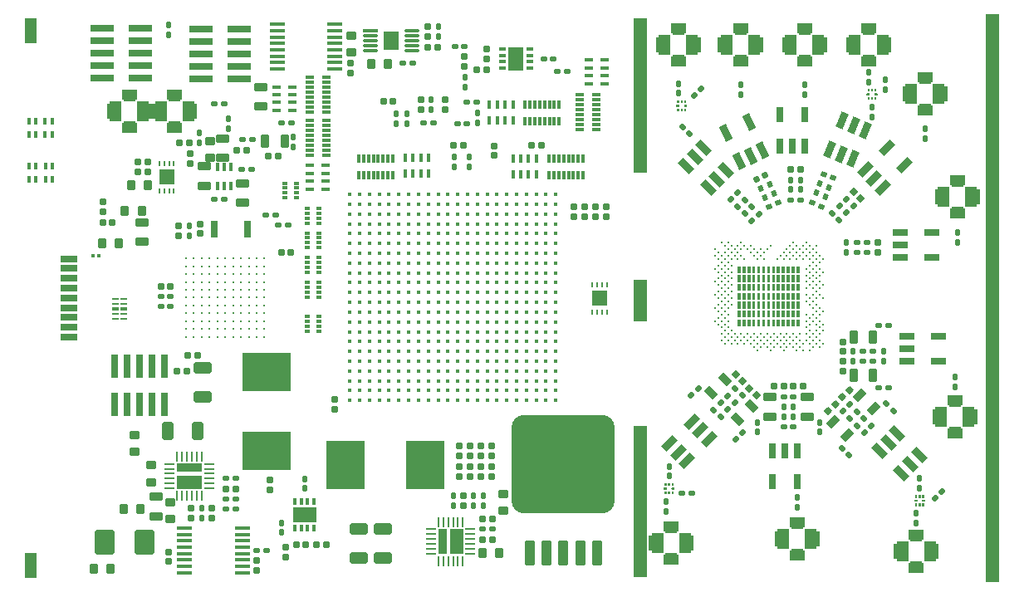
<source format=gtp>
G04 Layer_Color=8421504*
%FSLAX44Y44*%
%MOMM*%
G71*
G01*
G75*
%ADD19R,1.5500X1.0000*%
%ADD20R,1.2000X1.6000*%
%ADD21R,1.2000X1.2000*%
%ADD22R,1.2000X2.1500*%
G04:AMPARAMS|DCode=24|XSize=0.6mm|YSize=0.6mm|CornerRadius=0.06mm|HoleSize=0mm|Usage=FLASHONLY|Rotation=180.000|XOffset=0mm|YOffset=0mm|HoleType=Round|Shape=RoundedRectangle|*
%AMROUNDEDRECTD24*
21,1,0.6000,0.4800,0,0,180.0*
21,1,0.4800,0.6000,0,0,180.0*
1,1,0.1200,-0.2400,0.2400*
1,1,0.1200,0.2400,0.2400*
1,1,0.1200,0.2400,-0.2400*
1,1,0.1200,-0.2400,-0.2400*
%
%ADD24ROUNDEDRECTD24*%
G04:AMPARAMS|DCode=25|XSize=0.6mm|YSize=0.6mm|CornerRadius=0.06mm|HoleSize=0mm|Usage=FLASHONLY|Rotation=90.000|XOffset=0mm|YOffset=0mm|HoleType=Round|Shape=RoundedRectangle|*
%AMROUNDEDRECTD25*
21,1,0.6000,0.4800,0,0,90.0*
21,1,0.4800,0.6000,0,0,90.0*
1,1,0.1200,0.2400,0.2400*
1,1,0.1200,0.2400,-0.2400*
1,1,0.1200,-0.2400,-0.2400*
1,1,0.1200,-0.2400,0.2400*
%
%ADD25ROUNDEDRECTD25*%
G04:AMPARAMS|DCode=26|XSize=0.5mm|YSize=0.6mm|CornerRadius=0.05mm|HoleSize=0mm|Usage=FLASHONLY|Rotation=0.000|XOffset=0mm|YOffset=0mm|HoleType=Round|Shape=RoundedRectangle|*
%AMROUNDEDRECTD26*
21,1,0.5000,0.5000,0,0,0.0*
21,1,0.4000,0.6000,0,0,0.0*
1,1,0.1000,0.2000,-0.2500*
1,1,0.1000,-0.2000,-0.2500*
1,1,0.1000,-0.2000,0.2500*
1,1,0.1000,0.2000,0.2500*
%
%ADD26ROUNDEDRECTD26*%
%ADD27R,2.3500X1.6000*%
%ADD28R,0.3000X0.7000*%
G04:AMPARAMS|DCode=29|XSize=0.5mm|YSize=0.6mm|CornerRadius=0.05mm|HoleSize=0mm|Usage=FLASHONLY|Rotation=90.000|XOffset=0mm|YOffset=0mm|HoleType=Round|Shape=RoundedRectangle|*
%AMROUNDEDRECTD29*
21,1,0.5000,0.5000,0,0,90.0*
21,1,0.4000,0.6000,0,0,90.0*
1,1,0.1000,0.2500,0.2000*
1,1,0.1000,0.2500,-0.2000*
1,1,0.1000,-0.2500,-0.2000*
1,1,0.1000,-0.2500,0.2000*
%
%ADD29ROUNDEDRECTD29*%
G04:AMPARAMS|DCode=30|XSize=1mm|YSize=0.9mm|CornerRadius=0.1125mm|HoleSize=0mm|Usage=FLASHONLY|Rotation=0.000|XOffset=0mm|YOffset=0mm|HoleType=Round|Shape=RoundedRectangle|*
%AMROUNDEDRECTD30*
21,1,1.0000,0.6750,0,0,0.0*
21,1,0.7750,0.9000,0,0,0.0*
1,1,0.2250,0.3875,-0.3375*
1,1,0.2250,-0.3875,-0.3375*
1,1,0.2250,-0.3875,0.3375*
1,1,0.2250,0.3875,0.3375*
%
%ADD30ROUNDEDRECTD30*%
G04:AMPARAMS|DCode=31|XSize=1.3mm|YSize=0.8mm|CornerRadius=0.1mm|HoleSize=0mm|Usage=FLASHONLY|Rotation=0.000|XOffset=0mm|YOffset=0mm|HoleType=Round|Shape=RoundedRectangle|*
%AMROUNDEDRECTD31*
21,1,1.3000,0.6000,0,0,0.0*
21,1,1.1000,0.8000,0,0,0.0*
1,1,0.2000,0.5500,-0.3000*
1,1,0.2000,-0.5500,-0.3000*
1,1,0.2000,-0.5500,0.3000*
1,1,0.2000,0.5500,0.3000*
%
%ADD31ROUNDEDRECTD31*%
G04:AMPARAMS|DCode=32|XSize=0.7mm|YSize=0.4mm|CornerRadius=0.05mm|HoleSize=0mm|Usage=FLASHONLY|Rotation=270.000|XOffset=0mm|YOffset=0mm|HoleType=Round|Shape=RoundedRectangle|*
%AMROUNDEDRECTD32*
21,1,0.7000,0.3000,0,0,270.0*
21,1,0.6000,0.4000,0,0,270.0*
1,1,0.1000,-0.1500,-0.3000*
1,1,0.1000,-0.1500,0.3000*
1,1,0.1000,0.1500,0.3000*
1,1,0.1000,0.1500,-0.3000*
%
%ADD32ROUNDEDRECTD32*%
G04:AMPARAMS|DCode=33|XSize=1mm|YSize=0.9mm|CornerRadius=0.1125mm|HoleSize=0mm|Usage=FLASHONLY|Rotation=90.000|XOffset=0mm|YOffset=0mm|HoleType=Round|Shape=RoundedRectangle|*
%AMROUNDEDRECTD33*
21,1,1.0000,0.6750,0,0,90.0*
21,1,0.7750,0.9000,0,0,90.0*
1,1,0.2250,0.3375,0.3875*
1,1,0.2250,0.3375,-0.3875*
1,1,0.2250,-0.3375,-0.3875*
1,1,0.2250,-0.3375,0.3875*
%
%ADD33ROUNDEDRECTD33*%
%ADD34R,0.4000X0.8500*%
%ADD35R,1.5000X0.3500*%
%ADD36R,1.3000X2.6000*%
%ADD37R,2.4000X0.7500*%
%ADD38R,0.7500X2.4000*%
G04:AMPARAMS|DCode=39|XSize=2.5mm|YSize=2mm|CornerRadius=0.25mm|HoleSize=0mm|Usage=FLASHONLY|Rotation=90.000|XOffset=0mm|YOffset=0mm|HoleType=Round|Shape=RoundedRectangle|*
%AMROUNDEDRECTD39*
21,1,2.5000,1.5000,0,0,90.0*
21,1,2.0000,2.0000,0,0,90.0*
1,1,0.5000,0.7500,1.0000*
1,1,0.5000,0.7500,-1.0000*
1,1,0.5000,-0.7500,-1.0000*
1,1,0.5000,-0.7500,1.0000*
%
%ADD39ROUNDEDRECTD39*%
%ADD40R,0.2500X0.6250*%
%ADD41R,1.6000X1.6000*%
G04:AMPARAMS|DCode=42|XSize=2.5mm|YSize=1.1mm|CornerRadius=0.1375mm|HoleSize=0mm|Usage=FLASHONLY|Rotation=270.000|XOffset=0mm|YOffset=0mm|HoleType=Round|Shape=RoundedRectangle|*
%AMROUNDEDRECTD42*
21,1,2.5000,0.8250,0,0,270.0*
21,1,2.2250,1.1000,0,0,270.0*
1,1,0.2750,-0.4125,-1.1125*
1,1,0.2750,-0.4125,1.1125*
1,1,0.2750,0.4125,1.1125*
1,1,0.2750,0.4125,-1.1125*
%
%ADD42ROUNDEDRECTD42*%
G04:AMPARAMS|DCode=43|XSize=10mm|YSize=10.5mm|CornerRadius=1.25mm|HoleSize=0mm|Usage=FLASHONLY|Rotation=270.000|XOffset=0mm|YOffset=0mm|HoleType=Round|Shape=RoundedRectangle|*
%AMROUNDEDRECTD43*
21,1,10.0000,8.0000,0,0,270.0*
21,1,7.5000,10.5000,0,0,270.0*
1,1,2.5000,-4.0000,-3.7500*
1,1,2.5000,-4.0000,3.7500*
1,1,2.5000,4.0000,3.7500*
1,1,2.5000,4.0000,-3.7500*
%
%ADD43ROUNDEDRECTD43*%
%ADD44R,5.0000X4.0000*%
%ADD45R,2.5500X0.9000*%
%ADD46R,2.5500X1.4000*%
%ADD47R,0.2500X1.0000*%
%ADD48R,1.0000X0.2500*%
G04:AMPARAMS|DCode=49|XSize=1.8mm|YSize=1.15mm|CornerRadius=0.1437mm|HoleSize=0mm|Usage=FLASHONLY|Rotation=0.000|XOffset=0mm|YOffset=0mm|HoleType=Round|Shape=RoundedRectangle|*
%AMROUNDEDRECTD49*
21,1,1.8000,0.8625,0,0,0.0*
21,1,1.5125,1.1500,0,0,0.0*
1,1,0.2875,0.7562,-0.4313*
1,1,0.2875,-0.7562,-0.4313*
1,1,0.2875,-0.7562,0.4313*
1,1,0.2875,0.7562,0.4313*
%
%ADD49ROUNDEDRECTD49*%
G04:AMPARAMS|DCode=50|XSize=1.8mm|YSize=1.15mm|CornerRadius=0.1437mm|HoleSize=0mm|Usage=FLASHONLY|Rotation=90.000|XOffset=0mm|YOffset=0mm|HoleType=Round|Shape=RoundedRectangle|*
%AMROUNDEDRECTD50*
21,1,1.8000,0.8625,0,0,90.0*
21,1,1.5125,1.1500,0,0,90.0*
1,1,0.2875,0.4313,0.7562*
1,1,0.2875,0.4313,-0.7562*
1,1,0.2875,-0.4313,-0.7562*
1,1,0.2875,-0.4313,0.7562*
%
%ADD50ROUNDEDRECTD50*%
G04:AMPARAMS|DCode=51|XSize=1.3mm|YSize=0.8mm|CornerRadius=0.1mm|HoleSize=0mm|Usage=FLASHONLY|Rotation=90.000|XOffset=0mm|YOffset=0mm|HoleType=Round|Shape=RoundedRectangle|*
%AMROUNDEDRECTD51*
21,1,1.3000,0.6000,0,0,90.0*
21,1,1.1000,0.8000,0,0,90.0*
1,1,0.2000,0.3000,0.5500*
1,1,0.2000,0.3000,-0.5500*
1,1,0.2000,-0.3000,-0.5500*
1,1,0.2000,-0.3000,0.5500*
%
%ADD51ROUNDEDRECTD51*%
G04:AMPARAMS|DCode=52|XSize=1.3mm|YSize=0.8mm|CornerRadius=0.1mm|HoleSize=0mm|Usage=FLASHONLY|Rotation=45.000|XOffset=0mm|YOffset=0mm|HoleType=Round|Shape=RoundedRectangle|*
%AMROUNDEDRECTD52*
21,1,1.3000,0.6000,0,0,45.0*
21,1,1.1000,0.8000,0,0,45.0*
1,1,0.2000,0.6010,0.1768*
1,1,0.2000,-0.1768,-0.6010*
1,1,0.2000,-0.6010,-0.1768*
1,1,0.2000,0.1768,0.6010*
%
%ADD52ROUNDEDRECTD52*%
G04:AMPARAMS|DCode=53|XSize=1.3mm|YSize=0.8mm|CornerRadius=0.1mm|HoleSize=0mm|Usage=FLASHONLY|Rotation=315.000|XOffset=0mm|YOffset=0mm|HoleType=Round|Shape=RoundedRectangle|*
%AMROUNDEDRECTD53*
21,1,1.3000,0.6000,0,0,315.0*
21,1,1.1000,0.8000,0,0,315.0*
1,1,0.2000,0.1768,-0.6010*
1,1,0.2000,-0.6010,0.1768*
1,1,0.2000,-0.1768,0.6010*
1,1,0.2000,0.6010,-0.1768*
%
%ADD53ROUNDEDRECTD53*%
G04:AMPARAMS|DCode=54|XSize=0.5mm|YSize=0.6mm|CornerRadius=0.05mm|HoleSize=0mm|Usage=FLASHONLY|Rotation=67.500|XOffset=0mm|YOffset=0mm|HoleType=Round|Shape=RoundedRectangle|*
%AMROUNDEDRECTD54*
21,1,0.5000,0.5000,0,0,67.5*
21,1,0.4000,0.6000,0,0,67.5*
1,1,0.1000,0.3075,0.0891*
1,1,0.1000,0.1544,-0.2804*
1,1,0.1000,-0.3075,-0.0891*
1,1,0.1000,-0.1544,0.2804*
%
%ADD54ROUNDEDRECTD54*%
%ADD55R,0.9500X0.4000*%
%ADD56R,0.4000X0.9500*%
%ADD57R,0.9500X0.3500*%
%ADD58R,0.3500X0.9500*%
%ADD59R,0.9000X2.5500*%
%ADD60R,1.4000X2.5500*%
%ADD61R,4.0000X5.0000*%
%ADD62R,0.6000X0.3500*%
%ADD63R,0.6000X0.3000*%
%ADD64R,0.8000X1.7000*%
G04:AMPARAMS|DCode=65|XSize=0.5mm|YSize=0.6mm|CornerRadius=0.05mm|HoleSize=0mm|Usage=FLASHONLY|Rotation=135.000|XOffset=0mm|YOffset=0mm|HoleType=Round|Shape=RoundedRectangle|*
%AMROUNDEDRECTD65*
21,1,0.5000,0.5000,0,0,135.0*
21,1,0.4000,0.6000,0,0,135.0*
1,1,0.1000,0.0354,0.3182*
1,1,0.1000,0.3182,0.0354*
1,1,0.1000,-0.0354,-0.3182*
1,1,0.1000,-0.3182,-0.0354*
%
%ADD65ROUNDEDRECTD65*%
G04:AMPARAMS|DCode=66|XSize=0.5mm|YSize=0.6mm|CornerRadius=0.05mm|HoleSize=0mm|Usage=FLASHONLY|Rotation=337.500|XOffset=0mm|YOffset=0mm|HoleType=Round|Shape=RoundedRectangle|*
%AMROUNDEDRECTD66*
21,1,0.5000,0.5000,0,0,337.5*
21,1,0.4000,0.6000,0,0,337.5*
1,1,0.1000,0.0891,-0.3075*
1,1,0.1000,-0.2804,-0.1544*
1,1,0.1000,-0.0891,0.3075*
1,1,0.1000,0.2804,0.1544*
%
%ADD66ROUNDEDRECTD66*%
G04:AMPARAMS|DCode=67|XSize=0.76mm|YSize=1.65mm|CornerRadius=0mm|HoleSize=0mm|Usage=FLASHONLY|Rotation=315.000|XOffset=0mm|YOffset=0mm|HoleType=Round|Shape=Rectangle|*
%AMROTATEDRECTD67*
4,1,4,-0.8521,-0.3147,0.3147,0.8521,0.8521,0.3147,-0.3147,-0.8521,-0.8521,-0.3147,0.0*
%
%ADD67ROTATEDRECTD67*%

G04:AMPARAMS|DCode=68|XSize=0.6mm|YSize=0.6mm|CornerRadius=0.06mm|HoleSize=0mm|Usage=FLASHONLY|Rotation=225.000|XOffset=0mm|YOffset=0mm|HoleType=Round|Shape=RoundedRectangle|*
%AMROUNDEDRECTD68*
21,1,0.6000,0.4800,0,0,225.0*
21,1,0.4800,0.6000,0,0,225.0*
1,1,0.1200,-0.3394,0.0000*
1,1,0.1200,0.0000,0.3394*
1,1,0.1200,0.3394,0.0000*
1,1,0.1200,0.0000,-0.3394*
%
%ADD68ROUNDEDRECTD68*%
G04:AMPARAMS|DCode=69|XSize=0.5mm|YSize=0.6mm|CornerRadius=0.05mm|HoleSize=0mm|Usage=FLASHONLY|Rotation=225.000|XOffset=0mm|YOffset=0mm|HoleType=Round|Shape=RoundedRectangle|*
%AMROUNDEDRECTD69*
21,1,0.5000,0.5000,0,0,225.0*
21,1,0.4000,0.6000,0,0,225.0*
1,1,0.1000,-0.3182,0.0354*
1,1,0.1000,-0.0354,0.3182*
1,1,0.1000,0.3182,-0.0354*
1,1,0.1000,0.0354,-0.3182*
%
%ADD69ROUNDEDRECTD69*%
G04:AMPARAMS|DCode=70|XSize=0.5mm|YSize=0.6mm|CornerRadius=0.05mm|HoleSize=0mm|Usage=FLASHONLY|Rotation=25.000|XOffset=0mm|YOffset=0mm|HoleType=Round|Shape=RoundedRectangle|*
%AMROUNDEDRECTD70*
21,1,0.5000,0.5000,0,0,25.0*
21,1,0.4000,0.6000,0,0,25.0*
1,1,0.1000,0.2869,-0.1421*
1,1,0.1000,-0.0756,-0.3111*
1,1,0.1000,-0.2869,0.1421*
1,1,0.1000,0.0756,0.3111*
%
%ADD70ROUNDEDRECTD70*%
G04:AMPARAMS|DCode=71|XSize=0.5mm|YSize=0.6mm|CornerRadius=0.05mm|HoleSize=0mm|Usage=FLASHONLY|Rotation=115.000|XOffset=0mm|YOffset=0mm|HoleType=Round|Shape=RoundedRectangle|*
%AMROUNDEDRECTD71*
21,1,0.5000,0.5000,0,0,115.0*
21,1,0.4000,0.6000,0,0,115.0*
1,1,0.1000,0.1421,0.2869*
1,1,0.1000,0.3111,-0.0756*
1,1,0.1000,-0.1421,-0.2869*
1,1,0.1000,-0.3111,0.0756*
%
%ADD71ROUNDEDRECTD71*%
G04:AMPARAMS|DCode=72|XSize=0.6mm|YSize=0.6mm|CornerRadius=0.06mm|HoleSize=0mm|Usage=FLASHONLY|Rotation=315.000|XOffset=0mm|YOffset=0mm|HoleType=Round|Shape=RoundedRectangle|*
%AMROUNDEDRECTD72*
21,1,0.6000,0.4800,0,0,315.0*
21,1,0.4800,0.6000,0,0,315.0*
1,1,0.1200,0.0000,-0.3394*
1,1,0.1200,-0.3394,0.0000*
1,1,0.1200,0.0000,0.3394*
1,1,0.1200,0.3394,0.0000*
%
%ADD72ROUNDEDRECTD72*%
G04:AMPARAMS|DCode=73|XSize=0.6mm|YSize=0.6mm|CornerRadius=0.06mm|HoleSize=0mm|Usage=FLASHONLY|Rotation=115.000|XOffset=0mm|YOffset=0mm|HoleType=Round|Shape=RoundedRectangle|*
%AMROUNDEDRECTD73*
21,1,0.6000,0.4800,0,0,115.0*
21,1,0.4800,0.6000,0,0,115.0*
1,1,0.1200,0.1161,0.3189*
1,1,0.1200,0.3189,-0.1161*
1,1,0.1200,-0.1161,-0.3189*
1,1,0.1200,-0.3189,0.1161*
%
%ADD73ROUNDEDRECTD73*%
G04:AMPARAMS|DCode=74|XSize=0.76mm|YSize=1.65mm|CornerRadius=0mm|HoleSize=0mm|Usage=FLASHONLY|Rotation=45.000|XOffset=0mm|YOffset=0mm|HoleType=Round|Shape=Rectangle|*
%AMROTATEDRECTD74*
4,1,4,0.3147,-0.8521,-0.8521,0.3147,-0.3147,0.8521,0.8521,-0.3147,0.3147,-0.8521,0.0*
%
%ADD74ROTATEDRECTD74*%

%ADD75R,0.7600X1.6500*%
G04:AMPARAMS|DCode=76|XSize=0.76mm|YSize=1.65mm|CornerRadius=0mm|HoleSize=0mm|Usage=FLASHONLY|Rotation=157.500|XOffset=0mm|YOffset=0mm|HoleType=Round|Shape=Rectangle|*
%AMROTATEDRECTD76*
4,1,4,0.6668,0.6168,0.0354,-0.9076,-0.6668,-0.6168,-0.0354,0.9076,0.6668,0.6168,0.0*
%
%ADD76ROTATEDRECTD76*%

G04:AMPARAMS|DCode=77|XSize=0.76mm|YSize=1.65mm|CornerRadius=0mm|HoleSize=0mm|Usage=FLASHONLY|Rotation=25.000|XOffset=0mm|YOffset=0mm|HoleType=Round|Shape=Rectangle|*
%AMROTATEDRECTD77*
4,1,4,0.0043,-0.9083,-0.6931,0.5871,-0.0043,0.9083,0.6931,-0.5871,0.0043,-0.9083,0.0*
%
%ADD77ROTATEDRECTD77*%

%ADD78R,1.6500X0.7600*%
%ADD79R,0.6750X0.4000*%
%ADD80R,0.6750X0.2000*%
%ADD81C,0.3800*%
%ADD82C,0.2500*%
%ADD83R,1.4500X15.7750*%
%ADD84R,1.4500X58.0000*%
%ADD85R,1.4500X15.5000*%
%ADD86R,1.4500X4.2000*%
%ADD88R,1.6000X2.3500*%
%ADD89R,0.7000X0.3000*%
G04:AMPARAMS|DCode=90|XSize=1.6mm|YSize=0.3mm|CornerRadius=0.0375mm|HoleSize=0mm|Usage=FLASHONLY|Rotation=0.000|XOffset=0mm|YOffset=0mm|HoleType=Round|Shape=RoundedRectangle|*
%AMROUNDEDRECTD90*
21,1,1.6000,0.2250,0,0,0.0*
21,1,1.5250,0.3000,0,0,0.0*
1,1,0.0750,0.7625,-0.1125*
1,1,0.0750,-0.7625,-0.1125*
1,1,0.0750,-0.7625,0.1125*
1,1,0.0750,0.7625,0.1125*
%
%ADD90ROUNDEDRECTD90*%
%ADD91O,1.6000X0.3000*%
G04:AMPARAMS|DCode=92|XSize=1.6mm|YSize=1.9mm|CornerRadius=0.2mm|HoleSize=0mm|Usage=FLASHONLY|Rotation=180.000|XOffset=0mm|YOffset=0mm|HoleType=Round|Shape=RoundedRectangle|*
%AMROUNDEDRECTD92*
21,1,1.6000,1.5000,0,0,180.0*
21,1,1.2000,1.9000,0,0,180.0*
1,1,0.4000,-0.6000,0.7500*
1,1,0.4000,0.6000,0.7500*
1,1,0.4000,0.6000,-0.7500*
1,1,0.4000,-0.6000,-0.7500*
%
%ADD92ROUNDEDRECTD92*%
%ADD93R,1.5000X1.6000*%
%ADD94R,0.2500X0.6000*%
%ADD95R,0.3000X0.3500*%
%ADD96R,1.8000X0.7000*%
%ADD97R,0.2000X0.2000*%
%ADD98C,0.3100*%
G36*
X792910Y280134D02*
X789910D01*
Y287134D01*
X792910D01*
Y280134D01*
D02*
G37*
G36*
X787910D02*
X784910D01*
Y287134D01*
X787910D01*
Y280134D01*
D02*
G37*
G36*
X782910D02*
X779910D01*
Y287134D01*
X782910D01*
Y280134D01*
D02*
G37*
G36*
X732910Y289133D02*
X729910D01*
Y296133D01*
X732910D01*
Y289133D01*
D02*
G37*
G36*
X747910D02*
X744910D01*
Y296133D01*
X747910D01*
Y289133D01*
D02*
G37*
G36*
X742910D02*
X739910D01*
Y296133D01*
X742910D01*
Y289133D01*
D02*
G37*
G36*
X737910D02*
X734910D01*
Y296133D01*
X737910D01*
Y289133D01*
D02*
G37*
G36*
X777910Y280134D02*
X774910D01*
Y287134D01*
X777910D01*
Y280134D01*
D02*
G37*
G36*
X752910D02*
X749910D01*
Y287134D01*
X752910D01*
Y280134D01*
D02*
G37*
G36*
X747910D02*
X744910D01*
Y287134D01*
X747910D01*
Y280134D01*
D02*
G37*
G36*
X742910D02*
X739910D01*
Y287134D01*
X742910D01*
Y280134D01*
D02*
G37*
G36*
X757910D02*
X754910D01*
Y287134D01*
X757910D01*
Y280134D01*
D02*
G37*
G36*
X772910D02*
X769910D01*
Y287134D01*
X772910D01*
Y280134D01*
D02*
G37*
G36*
X767910D02*
X764910D01*
Y287134D01*
X767910D01*
Y280134D01*
D02*
G37*
G36*
X762910D02*
X759910D01*
Y287134D01*
X762910D01*
Y280134D01*
D02*
G37*
G36*
X737910Y298134D02*
X734910D01*
Y305133D01*
X737910D01*
Y298134D01*
D02*
G37*
G36*
X732910D02*
X729910D01*
Y305133D01*
X732910D01*
Y298134D01*
D02*
G37*
G36*
X792910Y289133D02*
X789910D01*
Y296133D01*
X792910D01*
Y289133D01*
D02*
G37*
G36*
X742910Y298134D02*
X739910D01*
Y305133D01*
X742910D01*
Y298134D01*
D02*
G37*
G36*
X757910D02*
X754910D01*
Y305133D01*
X757910D01*
Y298134D01*
D02*
G37*
G36*
X752910D02*
X749910D01*
Y305133D01*
X752910D01*
Y298134D01*
D02*
G37*
G36*
X747910D02*
X744910D01*
Y305133D01*
X747910D01*
Y298134D01*
D02*
G37*
G36*
X787910Y289133D02*
X784910D01*
Y296133D01*
X787910D01*
Y289133D01*
D02*
G37*
G36*
X762910D02*
X759910D01*
Y296133D01*
X762910D01*
Y289133D01*
D02*
G37*
G36*
X757910D02*
X754910D01*
Y296133D01*
X757910D01*
Y289133D01*
D02*
G37*
G36*
X752910D02*
X749910D01*
Y296133D01*
X752910D01*
Y289133D01*
D02*
G37*
G36*
X767910D02*
X764910D01*
Y296133D01*
X767910D01*
Y289133D01*
D02*
G37*
G36*
X782910D02*
X779910D01*
Y296133D01*
X782910D01*
Y289133D01*
D02*
G37*
G36*
X777910D02*
X774910D01*
Y296133D01*
X777910D01*
Y289133D01*
D02*
G37*
G36*
X772910D02*
X769910D01*
Y296133D01*
X772910D01*
Y289133D01*
D02*
G37*
G36*
X737910Y280134D02*
X734910D01*
Y287134D01*
X737910D01*
Y280134D01*
D02*
G37*
G36*
X664283Y102674D02*
X664424Y102533D01*
X664500Y102350D01*
Y102250D01*
Y101750D01*
Y100750D01*
Y100250D01*
Y100150D01*
X664424Y99967D01*
X664283Y99826D01*
X664099Y99750D01*
X662900D01*
X662717Y99826D01*
X662576Y99967D01*
X662500Y100150D01*
Y100250D01*
Y100750D01*
Y101750D01*
Y102250D01*
Y102350D01*
X662576Y102533D01*
X662717Y102674D01*
X662900Y102750D01*
X664099D01*
X664283Y102674D01*
D02*
G37*
G36*
X660783D02*
X660924Y102533D01*
X661000Y102350D01*
Y102250D01*
Y101750D01*
Y100750D01*
Y100250D01*
Y100150D01*
X660924Y99967D01*
X660783Y99826D01*
X660599Y99750D01*
X659400D01*
X659217Y99826D01*
X659076Y99967D01*
X659000Y100150D01*
Y100250D01*
Y100750D01*
Y101750D01*
Y102250D01*
Y102350D01*
X659076Y102533D01*
X659217Y102674D01*
X659400Y102750D01*
X660599D01*
X660783Y102674D01*
D02*
G37*
G36*
X657283D02*
X657424Y102533D01*
X657500Y102350D01*
Y102250D01*
Y101750D01*
Y100750D01*
Y100250D01*
Y100150D01*
X657424Y99967D01*
X657283Y99826D01*
X657099Y99750D01*
X655900D01*
X655717Y99826D01*
X655576Y99967D01*
X655500Y100150D01*
Y100250D01*
Y100750D01*
Y101750D01*
Y102250D01*
Y102350D01*
X655576Y102533D01*
X655717Y102674D01*
X655900Y102750D01*
X657099D01*
X657283Y102674D01*
D02*
G37*
G36*
X657408Y106424D02*
X657549Y106283D01*
X657625Y106100D01*
Y106000D01*
Y105000D01*
Y104901D01*
X657549Y104717D01*
X657408Y104576D01*
X657224Y104500D01*
X654775D01*
X654592Y104576D01*
X654451Y104717D01*
X654375Y104901D01*
Y105000D01*
Y106000D01*
Y106100D01*
X654451Y106283D01*
X654592Y106424D01*
X654775Y106500D01*
X657224D01*
X657408Y106424D01*
D02*
G37*
G36*
X660783Y111174D02*
X660924Y111033D01*
X661000Y110850D01*
Y110750D01*
Y110250D01*
Y109250D01*
Y108750D01*
Y108651D01*
X660924Y108467D01*
X660783Y108326D01*
X660599Y108250D01*
X659400D01*
X659217Y108326D01*
X659076Y108467D01*
X659000Y108651D01*
Y108750D01*
Y109250D01*
Y110250D01*
Y110750D01*
Y110850D01*
X659076Y111033D01*
X659217Y111174D01*
X659400Y111250D01*
X660599D01*
X660783Y111174D01*
D02*
G37*
G36*
X657283D02*
X657424Y111033D01*
X657500Y110850D01*
Y110750D01*
Y110250D01*
Y109250D01*
Y108750D01*
Y108651D01*
X657424Y108467D01*
X657283Y108326D01*
X657099Y108250D01*
X655900D01*
X655717Y108326D01*
X655576Y108467D01*
X655500Y108651D01*
Y108750D01*
Y109250D01*
Y110250D01*
Y110750D01*
Y110850D01*
X655576Y111033D01*
X655717Y111174D01*
X655900Y111250D01*
X657099D01*
X657283Y111174D01*
D02*
G37*
G36*
X665408Y106424D02*
X665549Y106283D01*
X665625Y106100D01*
Y106000D01*
Y105000D01*
Y104901D01*
X665549Y104717D01*
X665408Y104576D01*
X665225Y104500D01*
X662775D01*
X662592Y104576D01*
X662451Y104717D01*
X662375Y104901D01*
Y105000D01*
Y106000D01*
Y106100D01*
X662451Y106283D01*
X662592Y106424D01*
X662775Y106500D01*
X665225D01*
X665408Y106424D01*
D02*
G37*
G36*
X919783Y98924D02*
X919924Y98783D01*
X920000Y98600D01*
Y98500D01*
Y98000D01*
Y97000D01*
Y96500D01*
Y96401D01*
X919924Y96217D01*
X919783Y96076D01*
X919599Y96000D01*
X918400D01*
X918217Y96076D01*
X918076Y96217D01*
X918000Y96401D01*
Y96500D01*
Y97000D01*
Y98000D01*
Y98500D01*
Y98600D01*
X918076Y98783D01*
X918217Y98924D01*
X918400Y99000D01*
X919599D01*
X919783Y98924D01*
D02*
G37*
G36*
Y90424D02*
X919924Y90283D01*
X920000Y90099D01*
Y90000D01*
Y89500D01*
Y88500D01*
Y88000D01*
Y87901D01*
X919924Y87717D01*
X919783Y87576D01*
X919599Y87500D01*
X918400D01*
X918217Y87576D01*
X918076Y87717D01*
X918000Y87901D01*
Y88000D01*
Y88500D01*
Y89500D01*
Y90000D01*
Y90099D01*
X918076Y90283D01*
X918217Y90424D01*
X918400Y90500D01*
X919599D01*
X919783Y90424D01*
D02*
G37*
G36*
X916283D02*
X916424Y90283D01*
X916500Y90099D01*
Y90000D01*
Y89500D01*
Y88500D01*
Y88000D01*
Y87901D01*
X916424Y87717D01*
X916283Y87576D01*
X916099Y87500D01*
X914901D01*
X914717Y87576D01*
X914576Y87717D01*
X914500Y87901D01*
Y88000D01*
Y88500D01*
Y89500D01*
Y90000D01*
Y90099D01*
X914576Y90283D01*
X914717Y90424D01*
X914901Y90500D01*
X916099D01*
X916283Y90424D01*
D02*
G37*
G36*
X912783D02*
X912924Y90283D01*
X913000Y90099D01*
Y90000D01*
Y89500D01*
Y88500D01*
Y88000D01*
Y87901D01*
X912924Y87717D01*
X912783Y87576D01*
X912599Y87500D01*
X911401D01*
X911217Y87576D01*
X911076Y87717D01*
X911000Y87901D01*
Y88000D01*
Y88500D01*
Y89500D01*
Y90000D01*
Y90099D01*
X911076Y90283D01*
X911217Y90424D01*
X911401Y90500D01*
X912599D01*
X912783Y90424D01*
D02*
G37*
G36*
X912908Y94174D02*
X913049Y94033D01*
X913125Y93849D01*
Y93750D01*
Y92750D01*
Y92651D01*
X913049Y92467D01*
X912908Y92326D01*
X912724Y92250D01*
X910275D01*
X910092Y92326D01*
X909951Y92467D01*
X909875Y92651D01*
Y92750D01*
Y93750D01*
Y93849D01*
X909951Y94033D01*
X910092Y94174D01*
X910275Y94250D01*
X912724D01*
X912908Y94174D01*
D02*
G37*
G36*
X916283Y98924D02*
X916424Y98783D01*
X916500Y98600D01*
Y98500D01*
Y98000D01*
Y97000D01*
Y96500D01*
Y96401D01*
X916424Y96217D01*
X916283Y96076D01*
X916099Y96000D01*
X914901D01*
X914717Y96076D01*
X914576Y96217D01*
X914500Y96401D01*
Y96500D01*
Y97000D01*
Y98000D01*
Y98500D01*
Y98600D01*
X914576Y98783D01*
X914717Y98924D01*
X914901Y99000D01*
X916099D01*
X916283Y98924D01*
D02*
G37*
G36*
X912783D02*
X912924Y98783D01*
X913000Y98600D01*
Y98500D01*
Y98000D01*
Y97000D01*
Y96500D01*
Y96401D01*
X912924Y96217D01*
X912783Y96076D01*
X912599Y96000D01*
X911401D01*
X911217Y96076D01*
X911076Y96217D01*
X911000Y96401D01*
Y96500D01*
Y97000D01*
Y98000D01*
Y98500D01*
Y98600D01*
X911076Y98783D01*
X911217Y98924D01*
X911401Y99000D01*
X912599D01*
X912783Y98924D01*
D02*
G37*
G36*
X920908Y94174D02*
X921049Y94033D01*
X921125Y93849D01*
Y93750D01*
Y92750D01*
Y92651D01*
X921049Y92467D01*
X920908Y92326D01*
X920724Y92250D01*
X918276D01*
X918092Y92326D01*
X917951Y92467D01*
X917875Y92651D01*
Y92750D01*
Y93750D01*
Y93849D01*
X917951Y94033D01*
X918092Y94174D01*
X918276Y94250D01*
X920724D01*
X920908Y94174D01*
D02*
G37*
G36*
X777910Y271134D02*
X774910D01*
Y278134D01*
X777910D01*
Y271134D01*
D02*
G37*
G36*
X772910D02*
X769910D01*
Y278134D01*
X772910D01*
Y271134D01*
D02*
G37*
G36*
X767910D02*
X764910D01*
Y278134D01*
X767910D01*
Y271134D01*
D02*
G37*
G36*
X782910D02*
X779910D01*
Y278134D01*
X782910D01*
Y271134D01*
D02*
G37*
G36*
X732910Y280134D02*
X729910D01*
Y287134D01*
X732910D01*
Y280134D01*
D02*
G37*
G36*
X792910Y271134D02*
X789910D01*
Y278134D01*
X792910D01*
Y271134D01*
D02*
G37*
G36*
X787910D02*
X784910D01*
Y278134D01*
X787910D01*
Y271134D01*
D02*
G37*
G36*
X762910D02*
X759910D01*
Y278134D01*
X762910D01*
Y271134D01*
D02*
G37*
G36*
X737910D02*
X734910D01*
Y278134D01*
X737910D01*
Y271134D01*
D02*
G37*
G36*
X732910D02*
X729910D01*
Y278134D01*
X732910D01*
Y271134D01*
D02*
G37*
G36*
X664283Y111174D02*
X664424Y111033D01*
X664500Y110850D01*
Y110750D01*
Y110250D01*
Y109250D01*
Y108750D01*
Y108651D01*
X664424Y108467D01*
X664283Y108326D01*
X664099Y108250D01*
X662900D01*
X662717Y108326D01*
X662576Y108467D01*
X662500Y108651D01*
Y108750D01*
Y109250D01*
Y110250D01*
Y110750D01*
Y110850D01*
X662576Y111033D01*
X662717Y111174D01*
X662900Y111250D01*
X664099D01*
X664283Y111174D01*
D02*
G37*
G36*
X742910Y271134D02*
X739910D01*
Y278134D01*
X742910D01*
Y271134D01*
D02*
G37*
G36*
X757910D02*
X754910D01*
Y278134D01*
X757910D01*
Y271134D01*
D02*
G37*
G36*
X752910D02*
X749910D01*
Y278134D01*
X752910D01*
Y271134D01*
D02*
G37*
G36*
X747910D02*
X744910D01*
Y278134D01*
X747910D01*
Y271134D01*
D02*
G37*
G36*
X762910Y298134D02*
X759910D01*
Y305133D01*
X762910D01*
Y298134D01*
D02*
G37*
G36*
X777910Y325134D02*
X774910D01*
Y332133D01*
X777910D01*
Y325134D01*
D02*
G37*
G36*
X772910D02*
X769910D01*
Y332133D01*
X772910D01*
Y325134D01*
D02*
G37*
G36*
X767910D02*
X764910D01*
Y332133D01*
X767910D01*
Y325134D01*
D02*
G37*
G36*
X782910D02*
X779910D01*
Y332133D01*
X782910D01*
Y325134D01*
D02*
G37*
G36*
X670119Y493010D02*
X670260Y492869D01*
X670336Y492685D01*
Y492586D01*
Y492086D01*
Y491086D01*
Y490586D01*
Y490486D01*
X670260Y490303D01*
X670119Y490162D01*
X669935Y490086D01*
X668736D01*
X668553Y490162D01*
X668412Y490303D01*
X668336Y490486D01*
Y490586D01*
Y491086D01*
Y492086D01*
Y492586D01*
Y492685D01*
X668412Y492869D01*
X668553Y493010D01*
X668736Y493086D01*
X669935D01*
X670119Y493010D01*
D02*
G37*
G36*
X792910Y325134D02*
X789910D01*
Y332133D01*
X792910D01*
Y325134D01*
D02*
G37*
G36*
X787910D02*
X784910D01*
Y332133D01*
X787910D01*
Y325134D01*
D02*
G37*
G36*
X762910D02*
X759910D01*
Y332133D01*
X762910D01*
Y325134D01*
D02*
G37*
G36*
X737910D02*
X734910D01*
Y332133D01*
X737910D01*
Y325134D01*
D02*
G37*
G36*
X732910D02*
X729910D01*
Y332133D01*
X732910D01*
Y325134D01*
D02*
G37*
G36*
X792910Y316133D02*
X789910D01*
Y323134D01*
X792910D01*
Y316133D01*
D02*
G37*
G36*
X742910Y325134D02*
X739910D01*
Y332133D01*
X742910D01*
Y325134D01*
D02*
G37*
G36*
X757910D02*
X754910D01*
Y332133D01*
X757910D01*
Y325134D01*
D02*
G37*
G36*
X752910D02*
X749910D01*
Y332133D01*
X752910D01*
Y325134D01*
D02*
G37*
G36*
X747910D02*
X744910D01*
Y332133D01*
X747910D01*
Y325134D01*
D02*
G37*
G36*
X864408Y508424D02*
X864549Y508283D01*
X864625Y508099D01*
Y508000D01*
Y507000D01*
Y506900D01*
X864549Y506717D01*
X864408Y506576D01*
X864224Y506500D01*
X861776D01*
X861592Y506576D01*
X861451Y506717D01*
X861375Y506900D01*
Y507000D01*
Y508000D01*
Y508099D01*
X861451Y508283D01*
X861592Y508424D01*
X861776Y508500D01*
X864224D01*
X864408Y508424D01*
D02*
G37*
G36*
X871283Y504674D02*
X871424Y504533D01*
X871500Y504349D01*
Y504250D01*
Y503750D01*
Y502750D01*
Y502250D01*
Y502150D01*
X871424Y501967D01*
X871283Y501826D01*
X871099Y501750D01*
X869901D01*
X869717Y501826D01*
X869576Y501967D01*
X869500Y502150D01*
Y502250D01*
Y502750D01*
Y503750D01*
Y504250D01*
Y504349D01*
X869576Y504533D01*
X869717Y504674D01*
X869901Y504750D01*
X871099D01*
X871283Y504674D01*
D02*
G37*
G36*
X867783D02*
X867924Y504533D01*
X868000Y504349D01*
Y504250D01*
Y503750D01*
Y502750D01*
Y502250D01*
Y502150D01*
X867924Y501967D01*
X867783Y501826D01*
X867599Y501750D01*
X866401D01*
X866217Y501826D01*
X866076Y501967D01*
X866000Y502150D01*
Y502250D01*
Y502750D01*
Y503750D01*
Y504250D01*
Y504349D01*
X866076Y504533D01*
X866217Y504674D01*
X866401Y504750D01*
X867599D01*
X867783Y504674D01*
D02*
G37*
G36*
X872408Y508424D02*
X872549Y508283D01*
X872625Y508099D01*
Y508000D01*
Y507000D01*
Y506900D01*
X872549Y506717D01*
X872408Y506576D01*
X872224Y506500D01*
X869775D01*
X869592Y506576D01*
X869451Y506717D01*
X869375Y506900D01*
Y507000D01*
Y508000D01*
Y508099D01*
X869451Y508283D01*
X869592Y508424D01*
X869775Y508500D01*
X872224D01*
X872408Y508424D01*
D02*
G37*
G36*
X871283Y513174D02*
X871424Y513033D01*
X871500Y512849D01*
Y512750D01*
Y512250D01*
Y511250D01*
Y510750D01*
Y510650D01*
X871424Y510467D01*
X871283Y510326D01*
X871099Y510250D01*
X869901D01*
X869717Y510326D01*
X869576Y510467D01*
X869500Y510650D01*
Y510750D01*
Y511250D01*
Y512250D01*
Y512750D01*
Y512849D01*
X869576Y513033D01*
X869717Y513174D01*
X869901Y513250D01*
X871099D01*
X871283Y513174D01*
D02*
G37*
G36*
X867783D02*
X867924Y513033D01*
X868000Y512849D01*
Y512750D01*
Y512250D01*
Y511250D01*
Y510750D01*
Y510650D01*
X867924Y510467D01*
X867783Y510326D01*
X867599Y510250D01*
X866401D01*
X866217Y510326D01*
X866076Y510467D01*
X866000Y510650D01*
Y510750D01*
Y511250D01*
Y512250D01*
Y512750D01*
Y512849D01*
X866076Y513033D01*
X866217Y513174D01*
X866401Y513250D01*
X867599D01*
X867783Y513174D01*
D02*
G37*
G36*
X864283D02*
X864424Y513033D01*
X864500Y512849D01*
Y512750D01*
Y512250D01*
Y511250D01*
Y510750D01*
Y510650D01*
X864424Y510467D01*
X864283Y510326D01*
X864099Y510250D01*
X862900D01*
X862717Y510326D01*
X862576Y510467D01*
X862500Y510650D01*
Y510750D01*
Y511250D01*
Y512250D01*
Y512750D01*
Y512849D01*
X862576Y513033D01*
X862717Y513174D01*
X862900Y513250D01*
X864099D01*
X864283Y513174D01*
D02*
G37*
G36*
Y504674D02*
X864424Y504533D01*
X864500Y504349D01*
Y504250D01*
Y503750D01*
Y502750D01*
Y502250D01*
Y502150D01*
X864424Y501967D01*
X864283Y501826D01*
X864099Y501750D01*
X862900D01*
X862717Y501826D01*
X862576Y501967D01*
X862500Y502150D01*
Y502250D01*
Y502750D01*
Y503750D01*
Y504250D01*
Y504349D01*
X862576Y504533D01*
X862717Y504674D01*
X862900Y504750D01*
X864099D01*
X864283Y504674D01*
D02*
G37*
G36*
X670244Y496760D02*
X670385Y496619D01*
X670461Y496435D01*
Y496336D01*
Y495336D01*
Y495236D01*
X670385Y495052D01*
X670244Y494912D01*
X670060Y494836D01*
X667611D01*
X667428Y494912D01*
X667287Y495052D01*
X667211Y495236D01*
Y495336D01*
Y496336D01*
Y496435D01*
X667287Y496619D01*
X667428Y496760D01*
X667611Y496836D01*
X670060D01*
X670244Y496760D01*
D02*
G37*
G36*
X677119Y493010D02*
X677260Y492869D01*
X677336Y492685D01*
Y492586D01*
Y492086D01*
Y491086D01*
Y490586D01*
Y490486D01*
X677260Y490303D01*
X677119Y490162D01*
X676935Y490086D01*
X675736D01*
X675553Y490162D01*
X675412Y490303D01*
X675336Y490486D01*
Y490586D01*
Y491086D01*
Y492086D01*
Y492586D01*
Y492685D01*
X675412Y492869D01*
X675553Y493010D01*
X675736Y493086D01*
X676935D01*
X677119Y493010D01*
D02*
G37*
G36*
X673619D02*
X673760Y492869D01*
X673836Y492685D01*
Y492586D01*
Y492086D01*
Y491086D01*
Y490586D01*
Y490486D01*
X673760Y490303D01*
X673619Y490162D01*
X673435Y490086D01*
X672236D01*
X672053Y490162D01*
X671912Y490303D01*
X671836Y490486D01*
Y490586D01*
Y491086D01*
Y492086D01*
Y492586D01*
Y492685D01*
X671912Y492869D01*
X672053Y493010D01*
X672236Y493086D01*
X673435D01*
X673619Y493010D01*
D02*
G37*
G36*
X678244Y496760D02*
X678385Y496619D01*
X678461Y496435D01*
Y496336D01*
Y495336D01*
Y495236D01*
X678385Y495052D01*
X678244Y494912D01*
X678060Y494836D01*
X675611D01*
X675428Y494912D01*
X675287Y495052D01*
X675211Y495236D01*
Y495336D01*
Y496336D01*
Y496435D01*
X675287Y496619D01*
X675428Y496760D01*
X675611Y496836D01*
X678060D01*
X678244Y496760D01*
D02*
G37*
G36*
X677119Y501510D02*
X677260Y501369D01*
X677336Y501185D01*
Y501086D01*
Y500586D01*
Y499586D01*
Y499086D01*
Y498986D01*
X677260Y498802D01*
X677119Y498662D01*
X676935Y498586D01*
X675736D01*
X675553Y498662D01*
X675412Y498802D01*
X675336Y498986D01*
Y499086D01*
Y499586D01*
Y500586D01*
Y501086D01*
Y501185D01*
X675412Y501369D01*
X675553Y501510D01*
X675736Y501586D01*
X676935D01*
X677119Y501510D01*
D02*
G37*
G36*
X673619D02*
X673760Y501369D01*
X673836Y501185D01*
Y501086D01*
Y500586D01*
Y499586D01*
Y499086D01*
Y498986D01*
X673760Y498802D01*
X673619Y498662D01*
X673435Y498586D01*
X672236D01*
X672053Y498662D01*
X671912Y498802D01*
X671836Y498986D01*
Y499086D01*
Y499586D01*
Y500586D01*
Y501086D01*
Y501185D01*
X671912Y501369D01*
X672053Y501510D01*
X672236Y501586D01*
X673435D01*
X673619Y501510D01*
D02*
G37*
G36*
X670119D02*
X670260Y501369D01*
X670336Y501185D01*
Y501086D01*
Y500586D01*
Y499586D01*
Y499086D01*
Y498986D01*
X670260Y498802D01*
X670119Y498662D01*
X669935Y498586D01*
X668736D01*
X668553Y498662D01*
X668412Y498802D01*
X668336Y498986D01*
Y499086D01*
Y499586D01*
Y500586D01*
Y501086D01*
Y501185D01*
X668412Y501369D01*
X668553Y501510D01*
X668736Y501586D01*
X669935D01*
X670119Y501510D01*
D02*
G37*
G36*
X787910Y316133D02*
X784910D01*
Y323134D01*
X787910D01*
Y316133D01*
D02*
G37*
G36*
X752910Y307134D02*
X749910D01*
Y314133D01*
X752910D01*
Y307134D01*
D02*
G37*
G36*
X747910D02*
X744910D01*
Y314133D01*
X747910D01*
Y307134D01*
D02*
G37*
G36*
X742910D02*
X739910D01*
Y314133D01*
X742910D01*
Y307134D01*
D02*
G37*
G36*
X757910D02*
X754910D01*
Y314133D01*
X757910D01*
Y307134D01*
D02*
G37*
G36*
X772910D02*
X769910D01*
Y314133D01*
X772910D01*
Y307134D01*
D02*
G37*
G36*
X767910D02*
X764910D01*
Y314133D01*
X767910D01*
Y307134D01*
D02*
G37*
G36*
X762910D02*
X759910D01*
Y314133D01*
X762910D01*
Y307134D01*
D02*
G37*
G36*
X737910D02*
X734910D01*
Y314133D01*
X737910D01*
Y307134D01*
D02*
G37*
G36*
X777910Y298134D02*
X774910D01*
Y305133D01*
X777910D01*
Y298134D01*
D02*
G37*
G36*
X772910D02*
X769910D01*
Y305133D01*
X772910D01*
Y298134D01*
D02*
G37*
G36*
X767910D02*
X764910D01*
Y305133D01*
X767910D01*
Y298134D01*
D02*
G37*
G36*
X782910D02*
X779910D01*
Y305133D01*
X782910D01*
Y298134D01*
D02*
G37*
G36*
X732910Y307134D02*
X729910D01*
Y314133D01*
X732910D01*
Y307134D01*
D02*
G37*
G36*
X792910Y298134D02*
X789910D01*
Y305133D01*
X792910D01*
Y298134D01*
D02*
G37*
G36*
X787910D02*
X784910D01*
Y305133D01*
X787910D01*
Y298134D01*
D02*
G37*
G36*
X762910Y316133D02*
X759910D01*
Y323134D01*
X762910D01*
Y316133D01*
D02*
G37*
G36*
X757910D02*
X754910D01*
Y323134D01*
X757910D01*
Y316133D01*
D02*
G37*
G36*
X752910D02*
X749910D01*
Y323134D01*
X752910D01*
Y316133D01*
D02*
G37*
G36*
X767910D02*
X764910D01*
Y323134D01*
X767910D01*
Y316133D01*
D02*
G37*
G36*
X782910D02*
X779910D01*
Y323134D01*
X782910D01*
Y316133D01*
D02*
G37*
G36*
X777910D02*
X774910D01*
Y323134D01*
X777910D01*
Y316133D01*
D02*
G37*
G36*
X772910D02*
X769910D01*
Y323134D01*
X772910D01*
Y316133D01*
D02*
G37*
G36*
X747910D02*
X744910D01*
Y323134D01*
X747910D01*
Y316133D01*
D02*
G37*
G36*
X787910Y307134D02*
X784910D01*
Y314133D01*
X787910D01*
Y307134D01*
D02*
G37*
G36*
X782910D02*
X779910D01*
Y314133D01*
X782910D01*
Y307134D01*
D02*
G37*
G36*
X777910D02*
X774910D01*
Y314133D01*
X777910D01*
Y307134D01*
D02*
G37*
G36*
X792910D02*
X789910D01*
Y314133D01*
X792910D01*
Y307134D01*
D02*
G37*
G36*
X742910Y316133D02*
X739910D01*
Y323134D01*
X742910D01*
Y316133D01*
D02*
G37*
G36*
X737910D02*
X734910D01*
Y323134D01*
X737910D01*
Y316133D01*
D02*
G37*
G36*
X732910D02*
X729910D01*
Y323134D01*
X732910D01*
Y316133D01*
D02*
G37*
D19*
X155750Y473000D02*
D03*
Y507000D02*
D03*
X953750Y386000D02*
D03*
Y420000D02*
D03*
X951250Y195500D02*
D03*
Y161500D02*
D03*
X790400Y71500D02*
D03*
Y37500D02*
D03*
X912000Y58250D02*
D03*
Y24250D02*
D03*
X662250Y66750D02*
D03*
Y32750D02*
D03*
X920750Y491000D02*
D03*
Y525000D02*
D03*
X109750Y473000D02*
D03*
Y507000D02*
D03*
X863500Y541250D02*
D03*
Y575250D02*
D03*
X798000Y541250D02*
D03*
Y575250D02*
D03*
X732750Y541250D02*
D03*
Y575250D02*
D03*
X669336Y541250D02*
D03*
Y575250D02*
D03*
D20*
X172750Y490000D02*
D03*
X138750D02*
D03*
X970750Y403000D02*
D03*
X936750D02*
D03*
X934250Y178500D02*
D03*
X968250D02*
D03*
X773400Y54500D02*
D03*
X807400D02*
D03*
X895000Y41250D02*
D03*
X929000D02*
D03*
X645250Y49750D02*
D03*
X679250D02*
D03*
X937750Y508000D02*
D03*
X903750D02*
D03*
X126750Y490000D02*
D03*
X92750D02*
D03*
X880500Y558250D02*
D03*
X846500D02*
D03*
X815000D02*
D03*
X781000D02*
D03*
X749750Y558250D02*
D03*
X715750D02*
D03*
X686336Y558250D02*
D03*
X652336D02*
D03*
D21*
X155750Y506000D02*
D03*
Y474000D02*
D03*
X953750Y419000D02*
D03*
Y387000D02*
D03*
X951250Y162500D02*
D03*
Y194500D02*
D03*
X790400Y38500D02*
D03*
Y70500D02*
D03*
X912000Y25250D02*
D03*
Y57250D02*
D03*
X662250Y33750D02*
D03*
Y65750D02*
D03*
X920750Y524000D02*
D03*
Y492000D02*
D03*
X109750Y506000D02*
D03*
Y474000D02*
D03*
X863500Y574250D02*
D03*
Y542250D02*
D03*
X798000Y574250D02*
D03*
Y542250D02*
D03*
X732750Y574250D02*
D03*
Y542250D02*
D03*
X669336Y574250D02*
D03*
Y542250D02*
D03*
D22*
X141750Y490000D02*
D03*
X169750D02*
D03*
X939750Y403000D02*
D03*
X967750D02*
D03*
X965250Y178500D02*
D03*
X937250D02*
D03*
X804400Y54500D02*
D03*
X776400D02*
D03*
X926000Y41250D02*
D03*
X898000D02*
D03*
X676250Y49750D02*
D03*
X648250D02*
D03*
X906750Y508000D02*
D03*
X934750D02*
D03*
X95750Y490000D02*
D03*
X123750D02*
D03*
X849500Y558250D02*
D03*
X877500D02*
D03*
X784000D02*
D03*
X812000D02*
D03*
X718750Y558250D02*
D03*
X746750D02*
D03*
X655336Y558250D02*
D03*
X683336D02*
D03*
D24*
X596000Y382750D02*
D03*
Y392750D02*
D03*
X82500Y388000D02*
D03*
Y398000D02*
D03*
X252750Y114000D02*
D03*
Y104000D02*
D03*
X128750Y428750D02*
D03*
Y438750D02*
D03*
X171750Y437250D02*
D03*
Y447250D02*
D03*
X335250Y529250D02*
D03*
Y539250D02*
D03*
X446000Y127750D02*
D03*
Y117750D02*
D03*
Y148750D02*
D03*
Y138750D02*
D03*
X457000Y127750D02*
D03*
Y117750D02*
D03*
Y148750D02*
D03*
Y138750D02*
D03*
X468000Y148750D02*
D03*
Y138750D02*
D03*
Y127750D02*
D03*
Y117750D02*
D03*
X479250Y148750D02*
D03*
Y138750D02*
D03*
Y127750D02*
D03*
Y117750D02*
D03*
X268750Y35500D02*
D03*
Y45500D02*
D03*
X159500Y363250D02*
D03*
Y373250D02*
D03*
X194000Y85750D02*
D03*
Y75750D02*
D03*
X173000Y75750D02*
D03*
Y85750D02*
D03*
X450250Y98500D02*
D03*
X450250Y88500D02*
D03*
X181750Y375500D02*
D03*
Y365500D02*
D03*
X407000Y492000D02*
D03*
Y502000D02*
D03*
X432000Y492000D02*
D03*
Y502000D02*
D03*
X481500Y445000D02*
D03*
Y455000D02*
D03*
X239250Y32500D02*
D03*
Y22500D02*
D03*
X149500Y41000D02*
D03*
Y31000D02*
D03*
X836954Y255227D02*
D03*
Y245227D02*
D03*
X836954Y225227D02*
D03*
Y235227D02*
D03*
X872540Y356537D02*
D03*
Y346537D02*
D03*
X414250Y566500D02*
D03*
Y576500D02*
D03*
X451250Y546250D02*
D03*
Y536250D02*
D03*
X474000Y543750D02*
D03*
Y553750D02*
D03*
X118500Y438750D02*
D03*
Y428750D02*
D03*
X585250Y392750D02*
D03*
Y382750D02*
D03*
X574250Y392750D02*
D03*
Y382750D02*
D03*
X563250Y392750D02*
D03*
Y382750D02*
D03*
X319000Y186500D02*
D03*
Y196500D02*
D03*
D25*
X300750Y48250D02*
D03*
X310750D02*
D03*
X289750Y48250D02*
D03*
X279750D02*
D03*
X92500Y377000D02*
D03*
X82500D02*
D03*
X261250Y444500D02*
D03*
X251250D02*
D03*
X160750Y458250D02*
D03*
X170750D02*
D03*
X158000Y225000D02*
D03*
X168000D02*
D03*
X179250Y241750D02*
D03*
X169250D02*
D03*
X414250Y555500D02*
D03*
X424250D02*
D03*
X208000Y105250D02*
D03*
X218000D02*
D03*
X151750Y311750D02*
D03*
X141750Y311750D02*
D03*
X520000Y456000D02*
D03*
X530000D02*
D03*
X378750Y500750D02*
D03*
X368750D02*
D03*
X469750Y53500D02*
D03*
X479750D02*
D03*
Y74500D02*
D03*
X469750D02*
D03*
X264500Y346250D02*
D03*
X274500D02*
D03*
X440000Y456000D02*
D03*
X450000D02*
D03*
X219500Y450500D02*
D03*
X229500D02*
D03*
X796805Y209839D02*
D03*
X786805D02*
D03*
X794260Y430924D02*
D03*
X784260D02*
D03*
X766805Y209839D02*
D03*
X776805D02*
D03*
X474000Y532750D02*
D03*
X464000D02*
D03*
D26*
X265000Y60750D02*
D03*
Y70750D02*
D03*
X276750Y454250D02*
D03*
Y464250D02*
D03*
X878454Y245227D02*
D03*
Y235227D02*
D03*
X150000Y568000D02*
D03*
Y578000D02*
D03*
X288250Y105500D02*
D03*
X288250Y115500D02*
D03*
X183500Y85750D02*
D03*
Y75750D02*
D03*
X439750Y88500D02*
D03*
Y98500D02*
D03*
X460750Y88500D02*
D03*
Y98500D02*
D03*
X470750Y88500D02*
D03*
Y98500D02*
D03*
X951250Y209500D02*
D03*
Y219500D02*
D03*
X790400Y86500D02*
D03*
Y96500D02*
D03*
X441250Y443750D02*
D03*
Y433750D02*
D03*
X456000Y443750D02*
D03*
Y433750D02*
D03*
X464500Y478750D02*
D03*
Y488750D02*
D03*
X417500Y502000D02*
D03*
Y492000D02*
D03*
X392500Y477750D02*
D03*
Y487750D02*
D03*
X381750Y477750D02*
D03*
Y487750D02*
D03*
X451750Y515250D02*
D03*
Y525250D02*
D03*
X181250Y468250D02*
D03*
Y458250D02*
D03*
X749656Y163117D02*
D03*
Y173117D02*
D03*
X776805Y178839D02*
D03*
Y188839D02*
D03*
X794260Y420424D02*
D03*
Y410424D02*
D03*
X784260Y420424D02*
D03*
Y410424D02*
D03*
X847346Y245223D02*
D03*
Y235223D02*
D03*
X786805Y188839D02*
D03*
Y178839D02*
D03*
X920757Y472550D02*
D03*
Y462550D02*
D03*
X953803Y366934D02*
D03*
Y356934D02*
D03*
X813796Y163102D02*
D03*
Y173102D02*
D03*
X798000Y517000D02*
D03*
Y507000D02*
D03*
X732750Y517000D02*
D03*
X732750Y507000D02*
D03*
X171250Y373250D02*
D03*
Y363250D02*
D03*
X424750Y566500D02*
D03*
Y576500D02*
D03*
X840941Y356379D02*
D03*
Y346379D02*
D03*
X669336Y508586D02*
D03*
Y518586D02*
D03*
X915500Y116000D02*
D03*
Y106000D02*
D03*
X912000Y80500D02*
D03*
Y70500D02*
D03*
X863500Y520250D02*
D03*
Y530250D02*
D03*
X867000Y484750D02*
D03*
Y494750D02*
D03*
X880750Y512500D02*
D03*
Y522500D02*
D03*
X660000Y128250D02*
D03*
Y118250D02*
D03*
X656500Y92500D02*
D03*
Y82500D02*
D03*
X210750Y482750D02*
D03*
Y472750D02*
D03*
D27*
X288250Y79000D02*
D03*
D28*
X278500Y92750D02*
D03*
X285000D02*
D03*
X291500D02*
D03*
X298000D02*
D03*
Y65250D02*
D03*
X291500D02*
D03*
X285000D02*
D03*
X278500D02*
D03*
D29*
X265250Y478250D02*
D03*
X275250D02*
D03*
X867954Y235227D02*
D03*
X857954D02*
D03*
X857954Y245227D02*
D03*
X867954D02*
D03*
X249000Y384250D02*
D03*
X259000D02*
D03*
X271750Y374250D02*
D03*
X261750D02*
D03*
X388750Y539750D02*
D03*
X398750D02*
D03*
X208000Y84750D02*
D03*
X218000D02*
D03*
X208000Y94750D02*
D03*
X218000D02*
D03*
X208000Y115750D02*
D03*
X218000D02*
D03*
X141750Y301250D02*
D03*
X151750D02*
D03*
X151750Y291250D02*
D03*
X141750D02*
D03*
X556250Y531000D02*
D03*
X546250D02*
D03*
X469750Y64000D02*
D03*
X479750D02*
D03*
X196500Y400250D02*
D03*
X206500D02*
D03*
X464000Y500000D02*
D03*
X454000D02*
D03*
X419750Y478500D02*
D03*
X409750D02*
D03*
X444000Y478000D02*
D03*
X454000D02*
D03*
X224500Y430750D02*
D03*
X234500D02*
D03*
X239250Y42500D02*
D03*
X249250D02*
D03*
X883674Y272160D02*
D03*
X873674D02*
D03*
X794260Y399924D02*
D03*
X784260D02*
D03*
X786805Y199339D02*
D03*
X776805D02*
D03*
X861441Y356378D02*
D03*
X851441D02*
D03*
X861437Y346487D02*
D03*
X851437D02*
D03*
X786805Y168339D02*
D03*
X776805D02*
D03*
X883656Y208367D02*
D03*
X873656D02*
D03*
X235000Y461250D02*
D03*
X225000D02*
D03*
X196500Y498250D02*
D03*
X206500D02*
D03*
X532100Y544000D02*
D03*
X542100D02*
D03*
X441500Y556750D02*
D03*
X451500D02*
D03*
X683250Y101250D02*
D03*
X673250D02*
D03*
D30*
X490750Y100250D02*
D03*
Y83250D02*
D03*
X191750Y460000D02*
D03*
Y443000D02*
D03*
X115000Y160250D02*
D03*
Y143250D02*
D03*
X131750Y129250D02*
D03*
Y112250D02*
D03*
X336250Y567500D02*
D03*
Y550500D02*
D03*
X151250Y91500D02*
D03*
Y74500D02*
D03*
D31*
X137000Y97250D02*
D03*
Y77250D02*
D03*
X123000Y357000D02*
D03*
Y377000D02*
D03*
X762600Y178736D02*
D03*
Y198736D02*
D03*
X801050Y178743D02*
D03*
Y198743D02*
D03*
X186250Y434000D02*
D03*
Y414000D02*
D03*
X205000Y462550D02*
D03*
Y442550D02*
D03*
X225500Y417000D02*
D03*
X225500Y397000D02*
D03*
X244000Y495000D02*
D03*
Y515000D02*
D03*
D32*
X24250Y434750D02*
D03*
Y420750D02*
D03*
X31250Y420750D02*
D03*
Y434750D02*
D03*
X14500D02*
D03*
Y420750D02*
D03*
X7500Y420750D02*
D03*
Y434750D02*
D03*
X24000Y480500D02*
D03*
Y466500D02*
D03*
X31000Y466500D02*
D03*
Y480500D02*
D03*
X14500Y480500D02*
D03*
Y466500D02*
D03*
X7500Y466500D02*
D03*
Y480500D02*
D03*
D33*
X112000Y415000D02*
D03*
X129000Y415000D02*
D03*
X99000Y355750D02*
D03*
X82000Y355750D02*
D03*
X90750Y24000D02*
D03*
X73750D02*
D03*
X487000Y40250D02*
D03*
X470000D02*
D03*
X104000Y84750D02*
D03*
X121000D02*
D03*
X356000Y538250D02*
D03*
X373000D02*
D03*
X122250Y388500D02*
D03*
X105250D02*
D03*
D34*
X200000Y433250D02*
D03*
X206500D02*
D03*
X213000D02*
D03*
Y414250D02*
D03*
X206500D02*
D03*
X200000D02*
D03*
D35*
X165750Y65250D02*
D03*
Y58750D02*
D03*
Y52250D02*
D03*
Y45750D02*
D03*
Y39250D02*
D03*
Y32750D02*
D03*
Y26250D02*
D03*
Y19750D02*
D03*
X224750Y65250D02*
D03*
Y58750D02*
D03*
Y52250D02*
D03*
Y45750D02*
D03*
Y39250D02*
D03*
Y32750D02*
D03*
Y26250D02*
D03*
Y19750D02*
D03*
X319500Y533500D02*
D03*
Y540000D02*
D03*
Y546500D02*
D03*
Y553000D02*
D03*
Y559500D02*
D03*
Y566000D02*
D03*
Y572500D02*
D03*
Y579000D02*
D03*
X260500Y533500D02*
D03*
Y540000D02*
D03*
Y546500D02*
D03*
Y553000D02*
D03*
Y559500D02*
D03*
Y566000D02*
D03*
Y572500D02*
D03*
Y579000D02*
D03*
D36*
X9250Y572500D02*
D03*
Y27500D02*
D03*
D37*
X82000Y574750D02*
D03*
X121000Y574750D02*
D03*
X82000Y562000D02*
D03*
X121000D02*
D03*
X82000Y549250D02*
D03*
X121000Y549250D02*
D03*
X82000Y536500D02*
D03*
X121000Y536500D02*
D03*
X82000Y523750D02*
D03*
X121000Y523750D02*
D03*
X221750Y523500D02*
D03*
X182750Y523500D02*
D03*
X221750Y536250D02*
D03*
X182750Y536250D02*
D03*
X221750Y549000D02*
D03*
X182750Y549000D02*
D03*
X221750Y561750D02*
D03*
X182750D02*
D03*
X221750Y574500D02*
D03*
X182750Y574500D02*
D03*
D38*
X94750Y191000D02*
D03*
X94750Y230000D02*
D03*
X107500Y191000D02*
D03*
Y230000D02*
D03*
X120250Y191000D02*
D03*
X120250Y230000D02*
D03*
X133000Y191000D02*
D03*
X133000Y230000D02*
D03*
X145750Y191000D02*
D03*
X145750Y230000D02*
D03*
D39*
X125500Y50750D02*
D03*
X84500D02*
D03*
D40*
X596750Y285500D02*
D03*
X591750D02*
D03*
X586750D02*
D03*
X581750D02*
D03*
Y313500D02*
D03*
X586750D02*
D03*
X591750D02*
D03*
X596750D02*
D03*
D41*
X589250Y299500D02*
D03*
D42*
X569300Y39750D02*
D03*
X552250D02*
D03*
X535200D02*
D03*
X518150D02*
D03*
X586350D02*
D03*
D43*
X552250Y130750D02*
D03*
D44*
X250000Y143750D02*
D03*
Y224250D02*
D03*
D45*
X171000Y126750D02*
D03*
D46*
Y112250D02*
D03*
D47*
X183500Y98250D02*
D03*
X178500D02*
D03*
X173500D02*
D03*
X168500Y98250D02*
D03*
X163500Y98250D02*
D03*
X158500Y98250D02*
D03*
Y138250D02*
D03*
X163500D02*
D03*
X168500Y138250D02*
D03*
X173500Y138250D02*
D03*
X178500D02*
D03*
X183500D02*
D03*
X449750Y31500D02*
D03*
X444750D02*
D03*
X439750D02*
D03*
X434750Y31500D02*
D03*
X429750D02*
D03*
X424750Y31500D02*
D03*
Y71500D02*
D03*
X429750D02*
D03*
X434750D02*
D03*
X439750D02*
D03*
X444750D02*
D03*
X449750D02*
D03*
D48*
X151000Y105750D02*
D03*
Y110750D02*
D03*
Y115750D02*
D03*
X151000Y120750D02*
D03*
Y125750D02*
D03*
Y130750D02*
D03*
X191000Y130750D02*
D03*
X191000Y125750D02*
D03*
Y120750D02*
D03*
X191000Y115750D02*
D03*
Y110750D02*
D03*
Y105750D02*
D03*
X457250Y64000D02*
D03*
Y59000D02*
D03*
Y54000D02*
D03*
X457250Y49000D02*
D03*
Y44000D02*
D03*
X457250Y39000D02*
D03*
X417250Y39000D02*
D03*
Y44000D02*
D03*
Y49000D02*
D03*
Y54000D02*
D03*
Y59000D02*
D03*
Y64000D02*
D03*
D49*
X184250Y199000D02*
D03*
Y229000D02*
D03*
X368000Y64500D02*
D03*
X368000Y34500D02*
D03*
X343750Y64500D02*
D03*
Y34500D02*
D03*
D50*
X179000Y164500D02*
D03*
X149000D02*
D03*
D51*
X868053Y221130D02*
D03*
X848053D02*
D03*
X868046Y259581D02*
D03*
X848046D02*
D03*
X268000Y460125D02*
D03*
X248000D02*
D03*
D52*
X868623Y186991D02*
D03*
X854481Y201133D02*
D03*
X841440Y159797D02*
D03*
X827298Y173939D02*
D03*
D53*
X729938Y175784D02*
D03*
X744080Y189926D02*
D03*
X702744Y202967D02*
D03*
X716886Y217109D02*
D03*
D54*
X805891Y397155D02*
D03*
X815129Y393329D02*
D03*
X817945Y426258D02*
D03*
X827184Y422431D02*
D03*
D55*
X594000Y518500D02*
D03*
Y526500D02*
D03*
Y534500D02*
D03*
X594000Y542500D02*
D03*
X578000Y518500D02*
D03*
Y526500D02*
D03*
Y534500D02*
D03*
X578000Y542500D02*
D03*
X275500Y491250D02*
D03*
Y499250D02*
D03*
Y507250D02*
D03*
X275500Y515250D02*
D03*
X259500Y491250D02*
D03*
Y499250D02*
D03*
Y507250D02*
D03*
X259500Y515250D02*
D03*
X294000Y435000D02*
D03*
Y427000D02*
D03*
Y419000D02*
D03*
X294000Y411000D02*
D03*
X310000Y435000D02*
D03*
Y427000D02*
D03*
Y419000D02*
D03*
X310000Y411000D02*
D03*
D56*
X500750Y426250D02*
D03*
X508750D02*
D03*
X516750D02*
D03*
X524750Y426250D02*
D03*
X500750Y442250D02*
D03*
X508750D02*
D03*
X516750D02*
D03*
X524750Y442250D02*
D03*
X476750Y480750D02*
D03*
X484750D02*
D03*
X492750D02*
D03*
X500750Y480750D02*
D03*
X476750Y496750D02*
D03*
X484750D02*
D03*
X492750D02*
D03*
X500750Y496750D02*
D03*
X391000Y426750D02*
D03*
X399000D02*
D03*
X407000D02*
D03*
X415000D02*
D03*
X391000Y442750D02*
D03*
X399000D02*
D03*
X407000D02*
D03*
X415000D02*
D03*
D57*
X586000Y472000D02*
D03*
Y477000D02*
D03*
Y482000D02*
D03*
Y487000D02*
D03*
Y492000D02*
D03*
Y497000D02*
D03*
Y502000D02*
D03*
Y507000D02*
D03*
X569000Y472000D02*
D03*
Y477000D02*
D03*
Y482000D02*
D03*
Y487000D02*
D03*
X569000Y492000D02*
D03*
X569000Y497000D02*
D03*
Y502000D02*
D03*
Y507000D02*
D03*
X294000Y524750D02*
D03*
Y519750D02*
D03*
Y514750D02*
D03*
Y509750D02*
D03*
Y504750D02*
D03*
Y499750D02*
D03*
Y494750D02*
D03*
Y489750D02*
D03*
X311000Y524750D02*
D03*
Y519750D02*
D03*
Y514750D02*
D03*
Y509750D02*
D03*
X311000Y504750D02*
D03*
X311000Y499750D02*
D03*
Y494750D02*
D03*
Y489750D02*
D03*
X294000Y480750D02*
D03*
Y475750D02*
D03*
Y470750D02*
D03*
Y465750D02*
D03*
Y460750D02*
D03*
Y455750D02*
D03*
Y450750D02*
D03*
Y445750D02*
D03*
X311000Y480750D02*
D03*
Y475750D02*
D03*
Y470750D02*
D03*
Y465750D02*
D03*
X311000Y460750D02*
D03*
X311000Y455750D02*
D03*
Y450750D02*
D03*
Y445750D02*
D03*
D58*
X537500Y424750D02*
D03*
X542500D02*
D03*
X547500D02*
D03*
X552500D02*
D03*
X557500D02*
D03*
X562500D02*
D03*
X567500D02*
D03*
X572500D02*
D03*
X537500Y441750D02*
D03*
X542500D02*
D03*
X547500D02*
D03*
X552500D02*
D03*
X557500Y441750D02*
D03*
X562500Y441750D02*
D03*
X567500D02*
D03*
X572500D02*
D03*
X513000Y480250D02*
D03*
X518000D02*
D03*
X523000D02*
D03*
X528000D02*
D03*
X533000D02*
D03*
X538000D02*
D03*
X543000D02*
D03*
X548000D02*
D03*
X513000Y497250D02*
D03*
X518000D02*
D03*
X523000D02*
D03*
X528000D02*
D03*
X533000Y497250D02*
D03*
X538000Y497250D02*
D03*
X543000D02*
D03*
X548000D02*
D03*
X343500Y425250D02*
D03*
X348500D02*
D03*
X353500D02*
D03*
X358500D02*
D03*
X363500D02*
D03*
X368500D02*
D03*
X373500D02*
D03*
X378500D02*
D03*
X343500Y442250D02*
D03*
X348500D02*
D03*
X353500D02*
D03*
X358500D02*
D03*
X363500Y442250D02*
D03*
X368500Y442250D02*
D03*
X373500D02*
D03*
X378500D02*
D03*
D59*
X428750Y51500D02*
D03*
D60*
X443250D02*
D03*
D61*
X411000Y129250D02*
D03*
X330500D02*
D03*
D62*
X291250Y366250D02*
D03*
Y351250D02*
D03*
X303250Y366250D02*
D03*
Y351250D02*
D03*
X268500Y417000D02*
D03*
Y402000D02*
D03*
X280500Y417000D02*
D03*
Y402000D02*
D03*
X291250Y391000D02*
D03*
Y376000D02*
D03*
X303250Y391000D02*
D03*
Y376000D02*
D03*
X291250Y341250D02*
D03*
Y326250D02*
D03*
X303250Y341250D02*
D03*
Y326250D02*
D03*
X303250Y266000D02*
D03*
Y281000D02*
D03*
X291250Y266000D02*
D03*
Y281000D02*
D03*
X303250Y301000D02*
D03*
Y316000D02*
D03*
X291250Y301000D02*
D03*
Y316000D02*
D03*
D63*
X291250Y361250D02*
D03*
Y356250D02*
D03*
X303250Y361250D02*
D03*
Y356250D02*
D03*
X268500Y412000D02*
D03*
X268500Y407000D02*
D03*
X280500Y412000D02*
D03*
Y407000D02*
D03*
X291250Y386000D02*
D03*
Y381000D02*
D03*
X303250Y386000D02*
D03*
Y381000D02*
D03*
X291250Y336250D02*
D03*
Y331250D02*
D03*
X303250Y336250D02*
D03*
Y331250D02*
D03*
X303250Y271000D02*
D03*
X303250Y276000D02*
D03*
X291250Y271000D02*
D03*
Y276000D02*
D03*
X303250Y306000D02*
D03*
X303250Y311000D02*
D03*
X291250Y306000D02*
D03*
Y311000D02*
D03*
D64*
X196000Y369750D02*
D03*
X230000D02*
D03*
D65*
X727870Y155831D02*
D03*
X734941Y162902D02*
D03*
X843991Y191373D02*
D03*
X836920Y184302D02*
D03*
X712862Y192996D02*
D03*
X719933Y200067D02*
D03*
X847851Y393764D02*
D03*
X840780Y386693D02*
D03*
Y400835D02*
D03*
X833709Y393764D02*
D03*
X744454Y378478D02*
D03*
X751525Y385549D02*
D03*
X719933Y185925D02*
D03*
X727004Y192996D02*
D03*
X682585Y200796D02*
D03*
X689656Y207867D02*
D03*
X722534Y400398D02*
D03*
X729605Y407469D02*
D03*
X858840Y162382D02*
D03*
X865912Y169453D02*
D03*
X685500Y506500D02*
D03*
X692571Y513571D02*
D03*
X938071Y102821D02*
D03*
X931000Y95750D02*
D03*
D66*
X823166Y412730D02*
D03*
X819339Y403491D02*
D03*
X813927Y416557D02*
D03*
X810100Y407318D02*
D03*
D67*
X700912Y156014D02*
D03*
X691931Y164994D02*
D03*
X682951Y173975D02*
D03*
X660465Y151489D02*
D03*
X669445Y142508D02*
D03*
X678426Y133528D02*
D03*
X877762Y412785D02*
D03*
X868782Y421765D02*
D03*
X859801Y430745D02*
D03*
X882287Y453231D02*
D03*
X900248Y435271D02*
D03*
D68*
X727711Y221987D02*
D03*
X734782Y214916D02*
D03*
X748924Y200774D02*
D03*
X741853Y207845D02*
D03*
X855276Y401188D02*
D03*
X848205Y408259D02*
D03*
D69*
X888727Y184796D02*
D03*
X881656Y191867D02*
D03*
X843477Y139546D02*
D03*
X836406Y146617D02*
D03*
X851416Y169806D02*
D03*
X844345Y176877D02*
D03*
X858487Y176877D02*
D03*
X851416Y183948D02*
D03*
X729959Y392973D02*
D03*
X737030Y385902D02*
D03*
X826280Y386447D02*
D03*
X833351Y379376D02*
D03*
X737030Y400044D02*
D03*
X744101Y392973D02*
D03*
X673544Y474420D02*
D03*
X680615Y467349D02*
D03*
X705437Y185571D02*
D03*
X712508Y178500D02*
D03*
X734428Y200420D02*
D03*
X727357Y207491D02*
D03*
D70*
X762390Y415741D02*
D03*
X766617Y406678D02*
D03*
X753327Y411515D02*
D03*
X757553Y402452D02*
D03*
D71*
X761987Y393044D02*
D03*
X771050Y397270D02*
D03*
D72*
X822420Y184764D02*
D03*
X829491Y191835D02*
D03*
X843633Y205977D02*
D03*
X836562Y198906D02*
D03*
D73*
X757953Y425257D02*
D03*
X748890Y421031D02*
D03*
D74*
X892398Y161856D02*
D03*
X883417Y152876D02*
D03*
X874437Y143896D02*
D03*
X896923Y121410D02*
D03*
X905903Y130390D02*
D03*
X914883Y139370D02*
D03*
X699798Y412244D02*
D03*
X708778Y421225D02*
D03*
X717759Y430205D02*
D03*
X695273Y452691D02*
D03*
X686292Y443711D02*
D03*
X677312Y434730D02*
D03*
D75*
X765105Y144239D02*
D03*
X777805D02*
D03*
X790505D02*
D03*
X790505Y112439D02*
D03*
X765105Y112439D02*
D03*
X797960Y455024D02*
D03*
X785260D02*
D03*
X772560D02*
D03*
Y486824D02*
D03*
X797960D02*
D03*
D76*
X824054Y451470D02*
D03*
X835787Y446610D02*
D03*
X847520Y441750D02*
D03*
X859690Y471129D02*
D03*
X847956Y475989D02*
D03*
X836223Y480849D02*
D03*
D77*
X754746Y450354D02*
D03*
X743236Y444986D02*
D03*
X731726Y439619D02*
D03*
X718287Y468440D02*
D03*
X741307Y479174D02*
D03*
D78*
X902554Y235527D02*
D03*
Y248227D02*
D03*
Y260927D02*
D03*
X934354D02*
D03*
Y235527D02*
D03*
X896041Y341679D02*
D03*
Y354379D02*
D03*
Y367079D02*
D03*
X927841D02*
D03*
Y341679D02*
D03*
D79*
X104370Y288750D02*
D03*
X95630D02*
D03*
D80*
X104370Y298750D02*
D03*
Y293750D02*
D03*
Y283750D02*
D03*
Y278750D02*
D03*
X95630Y278750D02*
D03*
Y283750D02*
D03*
Y298750D02*
D03*
Y293750D02*
D03*
D81*
X544500Y195500D02*
D03*
X534500D02*
D03*
X524500D02*
D03*
X514500D02*
D03*
X504500D02*
D03*
X494500D02*
D03*
X484500D02*
D03*
X474500D02*
D03*
X464500D02*
D03*
X454500D02*
D03*
X444500D02*
D03*
X434500D02*
D03*
X424500D02*
D03*
X414500D02*
D03*
X404500D02*
D03*
X394500D02*
D03*
X384500D02*
D03*
X374500D02*
D03*
X364500D02*
D03*
X354500D02*
D03*
X344500D02*
D03*
X334500D02*
D03*
X544500Y205500D02*
D03*
X534500D02*
D03*
X524500D02*
D03*
X514500D02*
D03*
X504500D02*
D03*
X494500D02*
D03*
X484500D02*
D03*
X474500D02*
D03*
X464500D02*
D03*
X454500D02*
D03*
X444500D02*
D03*
X434500D02*
D03*
X424500D02*
D03*
X414500D02*
D03*
X404500D02*
D03*
X394500D02*
D03*
X384500D02*
D03*
X374500D02*
D03*
X364500D02*
D03*
X354500D02*
D03*
X344500D02*
D03*
X334500D02*
D03*
X544500Y215500D02*
D03*
X534500D02*
D03*
X524500D02*
D03*
X514500D02*
D03*
X504500D02*
D03*
X494500D02*
D03*
X484500D02*
D03*
X474500D02*
D03*
X464500D02*
D03*
X454500D02*
D03*
X444500D02*
D03*
X434500D02*
D03*
X424500D02*
D03*
X414500D02*
D03*
X404500D02*
D03*
X394500D02*
D03*
X384500D02*
D03*
X374500D02*
D03*
X364500D02*
D03*
X354500D02*
D03*
X344500D02*
D03*
X334500D02*
D03*
X544500Y225500D02*
D03*
X534500D02*
D03*
X524500D02*
D03*
X514500D02*
D03*
X504500D02*
D03*
X494500D02*
D03*
X484500D02*
D03*
X474500D02*
D03*
X464500D02*
D03*
X454500D02*
D03*
X444500D02*
D03*
X434500D02*
D03*
X424500D02*
D03*
X414500D02*
D03*
X404500D02*
D03*
X394500D02*
D03*
X384500D02*
D03*
X374500D02*
D03*
X364500D02*
D03*
X354500D02*
D03*
X344500D02*
D03*
X334500D02*
D03*
X544500Y235500D02*
D03*
X534500D02*
D03*
X524500D02*
D03*
X514500D02*
D03*
X504500D02*
D03*
X494500D02*
D03*
X484500D02*
D03*
X474500D02*
D03*
X464500D02*
D03*
X454500D02*
D03*
X444500D02*
D03*
X434500D02*
D03*
X424500D02*
D03*
X414500D02*
D03*
X404500D02*
D03*
X394500D02*
D03*
X384500D02*
D03*
X374500D02*
D03*
X364500D02*
D03*
X354500D02*
D03*
X344500D02*
D03*
X334500D02*
D03*
X544500Y245500D02*
D03*
X534500D02*
D03*
X524500D02*
D03*
X514500D02*
D03*
X504500D02*
D03*
X494500D02*
D03*
X484500D02*
D03*
X474500D02*
D03*
X464500D02*
D03*
X454500D02*
D03*
X444500D02*
D03*
X434500D02*
D03*
X424500D02*
D03*
X414500D02*
D03*
X404500D02*
D03*
X394500D02*
D03*
X384500D02*
D03*
X374500D02*
D03*
X364500D02*
D03*
X354500D02*
D03*
X344500D02*
D03*
X334500D02*
D03*
X544500Y255500D02*
D03*
X534500D02*
D03*
X524500D02*
D03*
X514500D02*
D03*
X504500D02*
D03*
X494500D02*
D03*
X484500D02*
D03*
X474500D02*
D03*
X464500D02*
D03*
X454500D02*
D03*
X444500D02*
D03*
X434500D02*
D03*
X424500D02*
D03*
X414500D02*
D03*
X404500D02*
D03*
X394500D02*
D03*
X384500D02*
D03*
X374500D02*
D03*
X364500D02*
D03*
X354500D02*
D03*
X344500D02*
D03*
X334500D02*
D03*
X544500Y265500D02*
D03*
X534500D02*
D03*
X524500D02*
D03*
X514500D02*
D03*
X504500D02*
D03*
X494500D02*
D03*
X484500D02*
D03*
X474500D02*
D03*
X464500D02*
D03*
X454500D02*
D03*
X444500D02*
D03*
X434500D02*
D03*
X424500D02*
D03*
X414500D02*
D03*
X404500D02*
D03*
X394500D02*
D03*
X384500D02*
D03*
X374500D02*
D03*
X364500D02*
D03*
X354500D02*
D03*
X344500D02*
D03*
X334500D02*
D03*
X544500Y275500D02*
D03*
X534500D02*
D03*
X524500D02*
D03*
X514500D02*
D03*
X504500D02*
D03*
X494500D02*
D03*
X484500D02*
D03*
X474500D02*
D03*
X464500D02*
D03*
X454500D02*
D03*
X444500D02*
D03*
X434500D02*
D03*
X424500D02*
D03*
X414500D02*
D03*
X404500D02*
D03*
X394500D02*
D03*
X384500D02*
D03*
X374500D02*
D03*
X364500D02*
D03*
X354500D02*
D03*
X344500D02*
D03*
X334500D02*
D03*
X544500Y285500D02*
D03*
X534500D02*
D03*
X524500D02*
D03*
X514500D02*
D03*
X504500D02*
D03*
X494500D02*
D03*
X484500D02*
D03*
X474500D02*
D03*
X464500D02*
D03*
X454500D02*
D03*
X444500D02*
D03*
X434500D02*
D03*
X424500D02*
D03*
X414500D02*
D03*
X404500D02*
D03*
X394500D02*
D03*
X384500D02*
D03*
X374500D02*
D03*
X364500D02*
D03*
X354500D02*
D03*
X344500D02*
D03*
X334500D02*
D03*
X544500Y295500D02*
D03*
X534500D02*
D03*
X524500D02*
D03*
X514500D02*
D03*
X504500D02*
D03*
X494500D02*
D03*
X484500D02*
D03*
X474500D02*
D03*
X464500D02*
D03*
X454500D02*
D03*
X444500D02*
D03*
X434500D02*
D03*
X424500D02*
D03*
X414500D02*
D03*
X404500D02*
D03*
X394500D02*
D03*
X384500D02*
D03*
X374500D02*
D03*
X364500D02*
D03*
X354500D02*
D03*
X344500D02*
D03*
X334500D02*
D03*
X544500Y305500D02*
D03*
X534500D02*
D03*
X524500D02*
D03*
X514500D02*
D03*
X504500D02*
D03*
X494500D02*
D03*
X484500D02*
D03*
X474500D02*
D03*
X464500D02*
D03*
X454500D02*
D03*
X444500D02*
D03*
X434500D02*
D03*
X424500D02*
D03*
X414500D02*
D03*
X404500D02*
D03*
X394500D02*
D03*
X384500D02*
D03*
X374500D02*
D03*
X364500D02*
D03*
X354500D02*
D03*
X344500D02*
D03*
X334500D02*
D03*
X544500Y315500D02*
D03*
X534500D02*
D03*
X524500D02*
D03*
X514500D02*
D03*
X504500D02*
D03*
X494500D02*
D03*
X484500D02*
D03*
X474500D02*
D03*
X464500D02*
D03*
X454500D02*
D03*
X444500D02*
D03*
X434500D02*
D03*
X424500D02*
D03*
X414500D02*
D03*
X404500D02*
D03*
X394500D02*
D03*
X384500D02*
D03*
X374500D02*
D03*
X364500D02*
D03*
X354500D02*
D03*
X344500D02*
D03*
X334500D02*
D03*
X544500Y325500D02*
D03*
X534500D02*
D03*
X524500D02*
D03*
X514500D02*
D03*
X504500D02*
D03*
X494500D02*
D03*
X484500D02*
D03*
X474500D02*
D03*
X464500D02*
D03*
X454500D02*
D03*
X444500D02*
D03*
X434500D02*
D03*
X424500D02*
D03*
X414500D02*
D03*
X404500D02*
D03*
X394500D02*
D03*
X384500D02*
D03*
X374500D02*
D03*
X364500D02*
D03*
X354500D02*
D03*
X344500D02*
D03*
X334500D02*
D03*
X544500Y335500D02*
D03*
X534500D02*
D03*
X524500D02*
D03*
X514500D02*
D03*
X504500D02*
D03*
X494500D02*
D03*
X484500D02*
D03*
X474500D02*
D03*
X464500D02*
D03*
X454500D02*
D03*
X444500D02*
D03*
X434500D02*
D03*
X424500D02*
D03*
X414500D02*
D03*
X404500D02*
D03*
X394500D02*
D03*
X384500D02*
D03*
X374500D02*
D03*
X364500D02*
D03*
X354500D02*
D03*
X344500D02*
D03*
X334500D02*
D03*
X544500Y345500D02*
D03*
X534500D02*
D03*
X524500D02*
D03*
X514500D02*
D03*
X504500D02*
D03*
X494500D02*
D03*
X484500D02*
D03*
X474500D02*
D03*
X464500D02*
D03*
X454500D02*
D03*
X444500D02*
D03*
X434500D02*
D03*
X424500D02*
D03*
X414500D02*
D03*
X404500D02*
D03*
X394500D02*
D03*
X384500D02*
D03*
X374500D02*
D03*
X364500D02*
D03*
X354500D02*
D03*
X344500D02*
D03*
X334500D02*
D03*
X544500Y355500D02*
D03*
X534500D02*
D03*
X524500D02*
D03*
X514500D02*
D03*
X504500D02*
D03*
X494500D02*
D03*
X484500D02*
D03*
X474500D02*
D03*
X464500D02*
D03*
X454500D02*
D03*
X444500D02*
D03*
X434500D02*
D03*
X424500D02*
D03*
X414500D02*
D03*
X404500D02*
D03*
X394500D02*
D03*
X384500D02*
D03*
X374500D02*
D03*
X364500D02*
D03*
X354500D02*
D03*
X344500D02*
D03*
X334500D02*
D03*
X544500Y365500D02*
D03*
X534500D02*
D03*
X524500D02*
D03*
X514500D02*
D03*
X504500D02*
D03*
X494500D02*
D03*
X484500D02*
D03*
X474500D02*
D03*
X464500D02*
D03*
X454500D02*
D03*
X444500D02*
D03*
X434500D02*
D03*
X424500D02*
D03*
X414500D02*
D03*
X404500D02*
D03*
X394500D02*
D03*
X384500D02*
D03*
X374500D02*
D03*
X364500D02*
D03*
X354500D02*
D03*
X344500D02*
D03*
X334500D02*
D03*
X544500Y375500D02*
D03*
X534500D02*
D03*
X524500D02*
D03*
X514500D02*
D03*
X504500D02*
D03*
X494500D02*
D03*
X484500D02*
D03*
X474500D02*
D03*
X464500D02*
D03*
X454500D02*
D03*
X444500D02*
D03*
X434500D02*
D03*
X424500D02*
D03*
X414500D02*
D03*
X404500D02*
D03*
X394500D02*
D03*
X384500D02*
D03*
X374500D02*
D03*
X364500D02*
D03*
X354500D02*
D03*
X344500D02*
D03*
X334500D02*
D03*
X544500Y385500D02*
D03*
X534500D02*
D03*
X524500D02*
D03*
X514500D02*
D03*
X504500D02*
D03*
X494500D02*
D03*
X484500D02*
D03*
X474500D02*
D03*
X464500D02*
D03*
X454500D02*
D03*
X444500D02*
D03*
X434500D02*
D03*
X424500D02*
D03*
X414500D02*
D03*
X404500D02*
D03*
X394500D02*
D03*
X384500D02*
D03*
X374500D02*
D03*
X364500D02*
D03*
X354500D02*
D03*
X344500D02*
D03*
X334500D02*
D03*
X544500Y395500D02*
D03*
X534500D02*
D03*
X524500D02*
D03*
X514500D02*
D03*
X504500D02*
D03*
X494500D02*
D03*
X484500D02*
D03*
X474500D02*
D03*
X464500D02*
D03*
X454500D02*
D03*
X444500D02*
D03*
X434500D02*
D03*
X424500D02*
D03*
X414500D02*
D03*
X404500D02*
D03*
X394500D02*
D03*
X384500D02*
D03*
X374500D02*
D03*
X364500D02*
D03*
X354500D02*
D03*
X344500D02*
D03*
X334500D02*
D03*
X544500Y405500D02*
D03*
X534500D02*
D03*
X524500D02*
D03*
X514500D02*
D03*
X504500D02*
D03*
X494500D02*
D03*
X484500D02*
D03*
X474500D02*
D03*
X464500D02*
D03*
X454500D02*
D03*
X444500D02*
D03*
X434500D02*
D03*
X424500D02*
D03*
X414500D02*
D03*
X404500D02*
D03*
X394500D02*
D03*
X384500D02*
D03*
X374500D02*
D03*
X364500D02*
D03*
X354500D02*
D03*
X344500D02*
D03*
X334500D02*
D03*
D82*
X167500Y260250D02*
D03*
Y268250D02*
D03*
Y276250D02*
D03*
Y284250D02*
D03*
Y292250D02*
D03*
Y300250D02*
D03*
Y308250D02*
D03*
Y316250D02*
D03*
Y324250D02*
D03*
Y332250D02*
D03*
Y340250D02*
D03*
X175500Y260250D02*
D03*
Y268250D02*
D03*
Y276250D02*
D03*
Y284250D02*
D03*
Y292250D02*
D03*
Y300250D02*
D03*
Y308250D02*
D03*
Y316250D02*
D03*
Y324250D02*
D03*
Y332250D02*
D03*
Y340250D02*
D03*
X183500Y260250D02*
D03*
Y268250D02*
D03*
Y276250D02*
D03*
Y284250D02*
D03*
Y292250D02*
D03*
Y300250D02*
D03*
Y308250D02*
D03*
Y316250D02*
D03*
Y324250D02*
D03*
Y332250D02*
D03*
Y340250D02*
D03*
X191500Y260250D02*
D03*
Y268250D02*
D03*
Y276250D02*
D03*
Y284250D02*
D03*
Y292250D02*
D03*
Y300250D02*
D03*
Y308250D02*
D03*
Y316250D02*
D03*
Y324250D02*
D03*
Y332250D02*
D03*
Y340250D02*
D03*
X199500Y260250D02*
D03*
Y268250D02*
D03*
Y276250D02*
D03*
Y284250D02*
D03*
Y292250D02*
D03*
Y300250D02*
D03*
Y308250D02*
D03*
Y316250D02*
D03*
Y324250D02*
D03*
Y332250D02*
D03*
Y340250D02*
D03*
X207500Y260250D02*
D03*
Y268250D02*
D03*
Y276250D02*
D03*
Y284250D02*
D03*
Y292250D02*
D03*
Y300250D02*
D03*
Y308250D02*
D03*
Y316250D02*
D03*
Y324250D02*
D03*
Y332250D02*
D03*
Y340250D02*
D03*
X215500Y260250D02*
D03*
Y268250D02*
D03*
Y276250D02*
D03*
Y284250D02*
D03*
Y292250D02*
D03*
Y300250D02*
D03*
Y308250D02*
D03*
Y316250D02*
D03*
Y324250D02*
D03*
Y332250D02*
D03*
Y340250D02*
D03*
X223500Y260250D02*
D03*
Y268250D02*
D03*
Y276250D02*
D03*
Y284250D02*
D03*
Y292250D02*
D03*
Y300250D02*
D03*
Y308250D02*
D03*
Y316250D02*
D03*
Y324250D02*
D03*
Y332250D02*
D03*
Y340250D02*
D03*
X231500Y260250D02*
D03*
Y268250D02*
D03*
Y276250D02*
D03*
Y284250D02*
D03*
Y292250D02*
D03*
Y300250D02*
D03*
Y308250D02*
D03*
Y316250D02*
D03*
Y324250D02*
D03*
Y332250D02*
D03*
Y340250D02*
D03*
X239500Y260250D02*
D03*
Y268250D02*
D03*
Y276250D02*
D03*
Y284250D02*
D03*
Y292250D02*
D03*
Y300250D02*
D03*
Y308250D02*
D03*
Y316250D02*
D03*
Y324250D02*
D03*
Y332250D02*
D03*
Y340250D02*
D03*
X247500Y260250D02*
D03*
Y268250D02*
D03*
Y276250D02*
D03*
Y284250D02*
D03*
Y292250D02*
D03*
Y300250D02*
D03*
Y308250D02*
D03*
Y316250D02*
D03*
Y324250D02*
D03*
Y332250D02*
D03*
Y340250D02*
D03*
D83*
X631000Y506750D02*
D03*
D84*
X990000Y299500D02*
D03*
D85*
X631000Y92750D02*
D03*
D86*
Y297250D02*
D03*
D88*
X504000Y544000D02*
D03*
D89*
X517750Y553750D02*
D03*
Y547250D02*
D03*
Y540750D02*
D03*
Y534250D02*
D03*
X490250D02*
D03*
Y540750D02*
D03*
Y547250D02*
D03*
Y553750D02*
D03*
D90*
X355750Y572500D02*
D03*
D91*
Y567500D02*
D03*
Y562500D02*
D03*
Y557500D02*
D03*
Y552500D02*
D03*
X397750Y572500D02*
D03*
Y567500D02*
D03*
Y562500D02*
D03*
Y557500D02*
D03*
Y552500D02*
D03*
D92*
X376750Y562500D02*
D03*
D93*
X147750Y423000D02*
D03*
D94*
X140250Y409000D02*
D03*
X145250D02*
D03*
X150250D02*
D03*
X155250D02*
D03*
Y437000D02*
D03*
X150250D02*
D03*
X145250D02*
D03*
X140250D02*
D03*
D95*
X78300Y342750D02*
D03*
X72700D02*
D03*
D96*
X48000Y270000D02*
D03*
X48000Y290000D02*
D03*
X48000Y310000D02*
D03*
Y330000D02*
D03*
Y340000D02*
D03*
X48000Y320000D02*
D03*
X48000Y300000D02*
D03*
Y280000D02*
D03*
Y260000D02*
D03*
D97*
X761660Y301133D02*
D03*
D98*
X800060Y356373D02*
D03*
X803390Y353044D02*
D03*
X806720Y349714D02*
D03*
X810050Y346384D02*
D03*
X813380Y343053D02*
D03*
X816710Y339723D02*
D03*
X813380Y336393D02*
D03*
X810050Y339723D02*
D03*
X803390Y346384D02*
D03*
X806720Y343053D02*
D03*
X796730Y353044D02*
D03*
X800060Y349714D02*
D03*
X796730Y346384D02*
D03*
X793400Y349714D02*
D03*
X803390Y339723D02*
D03*
X800060Y343053D02*
D03*
X806720Y336393D02*
D03*
X810050Y333063D02*
D03*
X793400Y343053D02*
D03*
X790070Y346384D02*
D03*
X796730Y339723D02*
D03*
X806720Y329733D02*
D03*
X803390Y333063D02*
D03*
X783410Y353044D02*
D03*
X786740Y349714D02*
D03*
Y356373D02*
D03*
X790070Y353044D02*
D03*
X813380Y323073D02*
D03*
X810050Y326403D02*
D03*
X816710D02*
D03*
X813380Y329733D02*
D03*
X806720Y323073D02*
D03*
X810050Y319743D02*
D03*
X800060Y329733D02*
D03*
X803390Y326403D02*
D03*
X786740Y343053D02*
D03*
X790070Y339723D02*
D03*
X780080Y349714D02*
D03*
X783410Y346384D02*
D03*
X780080Y343053D02*
D03*
X776750Y346384D02*
D03*
X783410Y339723D02*
D03*
X776750D02*
D03*
X773420Y343053D02*
D03*
X770090Y339723D02*
D03*
X816710Y313083D02*
D03*
X813380Y316413D02*
D03*
X810050Y313083D02*
D03*
X813380Y309753D02*
D03*
X800060Y323073D02*
D03*
X806720Y316413D02*
D03*
X803390Y319743D02*
D03*
X813380Y303093D02*
D03*
X816710Y299763D02*
D03*
X803390Y313083D02*
D03*
X800060Y316413D02*
D03*
X810050Y306423D02*
D03*
X806720Y309753D02*
D03*
X800060D02*
D03*
X810050Y299763D02*
D03*
X806720Y303093D02*
D03*
Y296433D02*
D03*
X810050Y293103D02*
D03*
X800060Y303093D02*
D03*
X803390Y299763D02*
D03*
X816710Y286443D02*
D03*
X813380Y289773D02*
D03*
X806720D02*
D03*
X810050Y286443D02*
D03*
X800060Y296433D02*
D03*
X803390Y293103D02*
D03*
X813380Y283113D02*
D03*
X806720D02*
D03*
X810050Y279783D02*
D03*
X816710Y273123D02*
D03*
X813380Y276453D02*
D03*
X806720D02*
D03*
X810050Y273123D02*
D03*
X800060Y283113D02*
D03*
X803390Y279783D02*
D03*
X816710Y266463D02*
D03*
X813380Y269793D02*
D03*
X810050Y266463D02*
D03*
X800060Y276453D02*
D03*
X803390Y273123D02*
D03*
X810050Y259803D02*
D03*
X800060Y269793D02*
D03*
X803390Y266463D02*
D03*
X816710Y253143D02*
D03*
X813380Y256473D02*
D03*
X806720D02*
D03*
X810050Y253143D02*
D03*
X803390Y259803D02*
D03*
X813380Y249813D02*
D03*
X806720D02*
D03*
X800060Y256473D02*
D03*
X803390Y253143D02*
D03*
X810050Y353044D02*
D03*
X756770Y339723D02*
D03*
X750110D02*
D03*
X753440Y343053D02*
D03*
X756770Y346384D02*
D03*
X760100Y349714D02*
D03*
X763430Y353044D02*
D03*
X746780Y343053D02*
D03*
X750110Y346384D02*
D03*
X746780Y349714D02*
D03*
X743450Y346384D02*
D03*
Y353044D02*
D03*
X740120Y349714D02*
D03*
X753440D02*
D03*
X736790Y353044D02*
D03*
X733460Y356373D02*
D03*
X730130Y353044D02*
D03*
X733460Y349714D02*
D03*
X736790Y339723D02*
D03*
X733460Y343053D02*
D03*
X730130Y346383D02*
D03*
X723470Y353044D02*
D03*
X726800Y349714D02*
D03*
X720140Y356373D02*
D03*
X713480D02*
D03*
X720140Y349714D02*
D03*
X716810Y353044D02*
D03*
X723470Y346383D02*
D03*
X726800Y343053D02*
D03*
X730130Y339723D02*
D03*
X716810Y346383D02*
D03*
X720140Y343053D02*
D03*
X723470Y339723D02*
D03*
X706820Y349713D02*
D03*
X713480Y343053D02*
D03*
X710150Y346383D02*
D03*
X716810Y339723D02*
D03*
X720140Y336393D02*
D03*
X723470Y333063D02*
D03*
X706820Y343053D02*
D03*
X713480Y336393D02*
D03*
X710150Y339723D02*
D03*
X716810Y333063D02*
D03*
X720140Y329733D02*
D03*
X723470Y326403D02*
D03*
X713480Y329733D02*
D03*
X710150Y333063D02*
D03*
X716810Y326403D02*
D03*
X720140Y323073D02*
D03*
X723470Y319743D02*
D03*
X706820Y329733D02*
D03*
X713480Y323073D02*
D03*
X710150Y326403D02*
D03*
X716810Y319743D02*
D03*
X720140Y316413D02*
D03*
X723470Y313083D02*
D03*
X713480Y316413D02*
D03*
X710150Y319743D02*
D03*
X716810Y313083D02*
D03*
X720140Y309753D02*
D03*
X723470Y306423D02*
D03*
X706820Y316413D02*
D03*
X713480Y309753D02*
D03*
X710150Y313083D02*
D03*
X716810Y306423D02*
D03*
X720140Y303093D02*
D03*
X723470Y299763D02*
D03*
X713480Y303093D02*
D03*
X710150Y306423D02*
D03*
X716810Y299763D02*
D03*
X720140Y296433D02*
D03*
X723470Y293103D02*
D03*
X706820Y303093D02*
D03*
X713480Y296433D02*
D03*
X710150Y299763D02*
D03*
X716810Y293103D02*
D03*
X720140Y289773D02*
D03*
X713480Y289773D02*
D03*
X710150Y293103D02*
D03*
X716810Y286443D02*
D03*
X720140Y283113D02*
D03*
X706820Y289773D02*
D03*
X713480Y283113D02*
D03*
X710150Y286443D02*
D03*
X716810Y279783D02*
D03*
X720140Y276453D02*
D03*
X710150Y279783D02*
D03*
X716810Y273123D02*
D03*
X713480Y276453D02*
D03*
X720140Y269793D02*
D03*
X723470Y266463D02*
D03*
X726800Y263133D02*
D03*
X706820Y276453D02*
D03*
X713480Y269793D02*
D03*
X710150Y273123D02*
D03*
X716810Y266463D02*
D03*
X720140Y263133D02*
D03*
X723470Y259803D02*
D03*
X730130Y253143D02*
D03*
X726800Y256473D02*
D03*
X733460D02*
D03*
X730130Y259803D02*
D03*
X723470Y253143D02*
D03*
X720140Y256473D02*
D03*
X716810Y259803D02*
D03*
X713480Y263133D02*
D03*
X716810Y253143D02*
D03*
X713480Y256473D02*
D03*
X733460Y263133D02*
D03*
X740120D02*
D03*
X746780D02*
D03*
X753440D02*
D03*
X760100D02*
D03*
X766760D02*
D03*
X773420D02*
D03*
X780080D02*
D03*
X786740D02*
D03*
X793400D02*
D03*
X800060D02*
D03*
X806720D02*
D03*
X813380D02*
D03*
X736790Y259803D02*
D03*
X743450D02*
D03*
X750110D02*
D03*
X756770D02*
D03*
X763430D02*
D03*
X770090D02*
D03*
X776750D02*
D03*
X790070D02*
D03*
X783410D02*
D03*
X793400Y256473D02*
D03*
X786740D02*
D03*
X780080D02*
D03*
X773420D02*
D03*
X766760D02*
D03*
X760100D02*
D03*
X753440D02*
D03*
X746780D02*
D03*
X740120D02*
D03*
X790070Y253143D02*
D03*
X783410D02*
D03*
X776750D02*
D03*
X770090D02*
D03*
X763430D02*
D03*
X756770D02*
D03*
X750110D02*
D03*
X743450D02*
D03*
X736790D02*
D03*
X796730D02*
D03*
X803390Y246483D02*
D03*
X793400Y249813D02*
D03*
X746780D02*
D03*
X753440D02*
D03*
X760100D02*
D03*
X766760D02*
D03*
X773420D02*
D03*
X780080D02*
D03*
X786740D02*
D03*
X796730Y246483D02*
D03*
X790070D02*
D03*
X776750D02*
D03*
X763430D02*
D03*
X750110D02*
D03*
M02*

</source>
